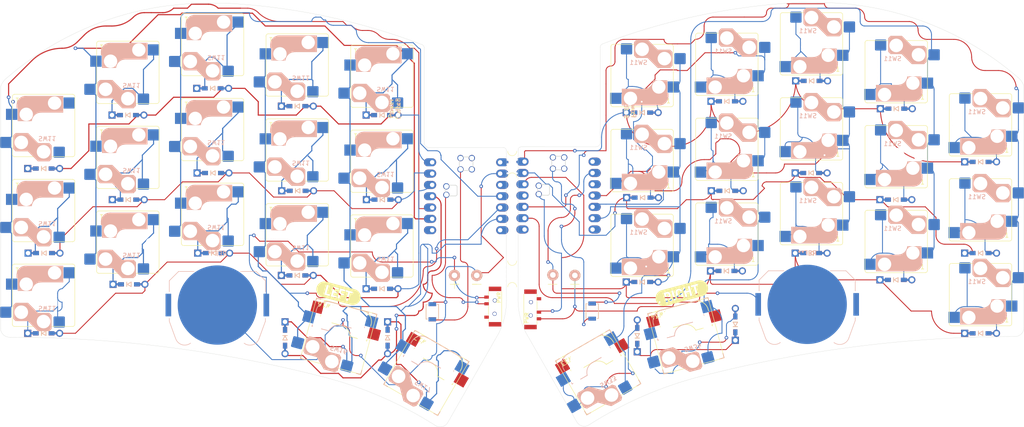
<source format=kicad_pcb>
(kicad_pcb (version 20211014) (generator pcbnew)
  (title_block (title "TOTEM split keyboard") (date "2022-11-03") (rev "0.3") (comment 1 "Made by GEIST"))
  (layers (0 "F.Cu" signal) (31 "B.Cu" signal) (34 "B.Paste" user) (35 "F.Paste" user) (36 "B.SilkS" user "B.Silkscreen") (37 "F.SilkS" user "F.Silkscreen") (38 "B.Mask" user) (39 "F.Mask" user) (44 "Edge.Cuts" user))
  (net 0 "")
  (net 1 "ROW0_L")
  (net 2 "Net-(DL1-Pad2)")
  (net 3 "Net-(DL2-Pad2)")
  (net 4 "Net-(DL3-Pad2)")
  (net 5 "Net-(DL4-Pad2)")
  (net 6 "Net-(DL5-Pad2)")
  (net 7 "ROW1_L")
  (net 8 "Net-(DL6-Pad2)")
  (net 9 "Net-(DL7-Pad2)")
  (net 10 "Net-(DL8-Pad2)")
  (net 11 "Net-(DL9-Pad2)")
  (net 12 "Net-(DL10-Pad2)")
  (net 13 "ROW2_L")
  (net 14 "Net-(DL11-Pad2)")
  (net 15 "Net-(DL12-Pad2)")
  (net 16 "Net-(DL13-Pad2)")
  (net 17 "Net-(DL14-Pad2)")
  (net 18 "Net-(DL15-Pad2)")
  (net 19 "ROW3_L")
  (net 20 "Net-(DL18-Pad2)")
  (net 21 "Net-(DL19-Pad2)")
  (net 22 "ROW0_R")
  (net 23 "Net-(DR1-Pad2)")
  (net 24 "Net-(DR2-Pad2)")
  (net 25 "Net-(DR3-Pad2)")
  (net 26 "Net-(DR4-Pad2)")
  (net 27 "Net-(DR5-Pad2)")
  (net 28 "ROW1_R")
  (net 29 "Net-(DR6-Pad2)")
  (net 30 "Net-(DR7-Pad2)")
  (net 31 "Net-(DR8-Pad2)")
  (net 32 "Net-(DR9-Pad2)")
  (net 33 "Net-(DR10-Pad2)")
  (net 34 "ROW2_R")
  (net 35 "Net-(DR11-Pad2)")
  (net 36 "Net-(DR12-Pad2)")
  (net 37 "Net-(DR13-Pad2)")
  (net 38 "Net-(DR14-Pad2)")
  (net 39 "Net-(DR15-Pad2)")
  (net 40 "ROW3_R")
  (net 41 "Net-(DR18-Pad2)")
  (net 42 "Net-(DR19-Pad2)")
  (net 43 "VBAT_L")
  (net 44 "VBAT_R")
  (net 46 "BAT+_L")
  (net 49 "RESET_L")
  (net 50 "GND_L")
  (net 51 "RESET_R")
  (net 52 "COL0_L")
  (net 53 "COL1_L")
  (net 54 "COL2_L")
  (net 55 "COL3_L")
  (net 56 "COL4_L")
  (net 57 "COL0_R")
  (net 58 "COL1_R")
  (net 59 "COL2_R")
  (net 60 "COL3_R")
  (net 61 "COL4_R")
  (net 62 "VCC_L")
  (net 65 "RX_L")
  (net 66 "TX_L")
  (net 67 "BAT+_R")
  (net 68 "RX_R")
  (net 69 "TX_R")
  (net 70 "VCC_R")
  (net 71 "GND_R")
  (footprint "kbd:CherryMX_Hotswap" (layer "F.Cu") (at 196.013848 42.633 180)
    (fp_text reference "SW10" hide)
    (fp_text value "SW_PUSH" hide)
  )
  (footprint "swoop:D_SMD_TH" (layer "F.Cu") (at 62 92)
    (fp_text reference "D1" hide)
    (fp_text value " 1N4148W" hide)
  )
  (footprint "kbd:CherryMX_Hotswap" (layer "F.Cu") (at 215.003848 38.041 180)
    (fp_text reference "SW10" hide)
    (fp_text value "SW_PUSH" hide)
  )
  (footprint "swoop:D_SMD_TH" (layer "F.Cu") (at 253 103)
    (fp_text reference "D1" hide)
    (fp_text value " 1N4148W" hide)
  )
  (footprint "kbd:CherryMX_Hotswap" (layer "F.Cu") (at 42.7695 94.499295)
    (fp_text reference "SW10" hide)
    (fp_text value "SW_PUSH" hide)
  )
  (footprint "* duckyb-collection:SW_Hotswap_Kailh_Choc_V1_tweaked" (layer "F.Cu") (at 234.081 63.349205)
    (fp_text reference "SW11")
    (fp_text value "Kailh-Choc")
  )
  (footprint "swoop:D_SMD_TH" (layer "F.Cu") (at 99.761652 90)
    (fp_text reference "D1" hide)
    (fp_text value " 1N4148W" hide)
  )
  (footprint "kbd:CherryMX_Hotswap" (layer "F.Cu") (at 252.906 56.222295 180)
    (fp_text reference "SW10" hide)
    (fp_text value "SW_PUSH" hide)
  )
  (footprint "* duckyb-collection:SW_Hotswap_Kailh_Choc_V1_tweaked" (layer "F.Cu") (at 234.081 44.259205)
    (fp_text reference "SW11")
    (fp_text value "Kailh-Choc")
  )
  (footprint "swoop:D_SMD_TH" (layer "F.Cu") (at 118.761652 54)
    (fp_text reference "D1" hide)
    (fp_text value " 1N4148W" hide)
  )
  (footprint "TOTEMlib:xiao-ble-smd-cutout" (layer "F.Cu") (at 158.35 72.074907)
    (fp_text reference "U2" hide)
    (fp_text value "xiao-ble" hide)
    (fp_line (start -1.524 -6.4638) (end -1.524 -8.1402) (layer "Edge.Cuts") (width 0.12))
    (fp_line (start -2.032 -2.095) (end -2.032 -0.444) (layer "Edge.Cuts") (width 0.12))
    (fp_line (start -2.413 -0.063) (end -4.0132 -0.063) (layer "Edge.Cuts") (width 0.12))
    (fp_line (start -0.8382 -8.826) (end 0.8382 -8.826) (layer "Edge.Cuts") (width 0.12))
    (fp_line (start -0.8382 -5.778) (end 0.8382 -5.778) (layer "Edge.Cuts") (width 0.12))
    (fp_line (start 1.524 -6.4638) (end 1.524 -8.1402) (layer "Edge.Cuts") (width 0.12))
    (fp_line (start -4.0132 -2.476) (end -2.413 -2.476) (layer "Edge.Cuts") (width 0.12))
    (fp_line (start -4.699 -0.7488) (end -4.699 -1.7902) (layer "Edge.Cuts") (width 0.12))
    (fp_arc (start 1.524 -8.1402) (mid 0.920393 -8.222393) (end 0.8382 -8.826) (layer "Edge.Cuts") (width 0.12))
    (fp_arc (start -2.413 -2.476) (mid -2.143592 -2.364408) (end -2.032 -2.095) (layer "Edge.Cuts") (width 0.12))
    (fp_arc (start -4.0132 -2.476) (mid -4.095391 -1.872391) (end -4.699 -1.7902) (layer "Edge.Cuts") (width 0.12))
    (fp_arc (start -1.524 -6.4638) (mid -0.920391 -6.381609) (end -0.8382 -5.778) (layer "Edge.Cuts") (width 0.12))
    (fp_arc (start -4.699 -0.7488) (mid -4.095391 -0.666609) (end -4.0132 -0.063) (layer "Edge.Cuts") (width 0.12))
    (fp_arc (start -2.032 -0.444) (mid -2.143592 -0.174592) (end -2.413 -0.063) (layer "Edge.Cuts") (width 0.12))
    (fp_arc (start 0.8382 -5.778) (mid 0.920391 -6.381609) (end 1.524 -6.4638) (layer "Edge.Cuts") (width 0.12))
    (fp_arc (start -0.8382 -8.826) (mid -0.920391 -8.222391) (end -1.524 -8.1402) (layer "Edge.Cuts") (width 0.12))
  )
  (footprint "kbd:SW_SPST_B3U-1000P" (layer "F.Cu") (at 130.037652 98.165 -90)
    (fp_text reference "RST_B" hide)
    (fp_text value "SW_Push")
  )
  (footprint "* duckyb-collection:SW_Hotswap_Kailh_Choc_V1_tweaked" (layer "F.Cu") (at 42.846652 94.4675 180)
    (fp_text reference "SW11")
    (fp_text value "Kailh-Choc")
  )
  (footprint "* duckyb-collection:SW_Hotswap_Kailh_Choc_V1_tweaked" (layer "F.Cu") (at 61.748804 82.536205 180)
    (fp_text reference "SW11")
    (fp_text value "Kailh-Choc")
  )
  (footprint "swoop:D_SMD_TH" (layer "F.Cu") (at 196.113848 50.915)
    (fp_text reference "D1" hide)
    (fp_text value " 1N4148W" hide)
  )
  (footprint "swoop:D_SMD_TH" (layer "F.Cu") (at 198 101 90)
    (fp_text reference "D18" hide)
    (fp_text value " 1N4148W" hide)
  )
  (footprint "swoop:D_SMD_TH" (layer "F.Cu") (at 177.113848 53.44)
    (fp_text reference "D1" hide)
    (fp_text value " 1N4148W" hide)
  )
  (footprint "* duckyb-collection:SW_Hotswap_Kailh_Choc_V1_tweaked" (layer "F.Cu") (at 186.923468 103.574038 -165)
    (fp_text reference "SW34")
    (fp_text value "Kailh-Choc")
  )
  (footprint "kbd:CherryMX_Hotswap" (layer "F.Cu") (at 42.7695 75.464295)
    (fp_text reference "SW10" hide)
    (fp_text value "SW_PUSH" hide)
  )
  (footprint "* duckyb-collection:SW_Hotswap_Kailh_Choc_V1_tweaked" (layer "F.Cu") (at 42.846652 75.4325 180)
    (fp_text reference "SW11")
    (fp_text value "Kailh-Choc")
  )
  (footprint "swoop:D_SMD_TH" (layer "F.Cu") (at 97 104 -90)
    (fp_text reference "D18" hide)
    (fp_text value " 1N4148W" hide)
  )
  (footprint "* duckyb-collection:SW_Hotswap_Kailh_Choc_V1_tweaked" (layer "F.Cu") (at 118.738804 64.368205 180)
    (fp_text reference "SW11")
    (fp_text value "Kailh-Choc")
  )
  (footprint "TOTEMlib:BatteryPad" (layer "F.Cu") (at 162 90)
    (fp_text reference "BAT+2" hide)
    (fp_text value "+" hide)
  )
  (footprint "kibuzzard-63658823" (layer "F.Cu") (at 186 94 15)
    (fp_text reference "kibuzzard-63658823" hide)
    (fp_text value "G***" hide)
  )
  (footprint "swoop:D_SMD_TH" (layer "F.Cu") (at 234.103848 52.573)
    (fp_text reference "D1" hide)
    (fp_text value " 1N4148W" hide)
  )
  (footprint "TOTEMlib:BatteryPad" (layer "F.Cu") (at 140 90)
    (fp_text reference "BATGND1" hide)
    (fp_text value "-" hide)
  )
  (footprint "kbd:CherryMX_Hotswap" (layer "F.Cu") (at 99.661652 80.91)
    (fp_text reference "SW10" hide)
    (fp_text value "SW_PUSH" hide)
  )
  (footprint "kbd:CherryMX_Hotswap" (layer "F.Cu") (at 118.661652 64.4)
    (fp_text reference "SW10" hide)
    (fp_text value "SW_PUSH" hide)
  )
  (footprint "kbd:CherryMX_Hotswap" (layer "F.Cu") (at 118.661652 83.435)
    (fp_text reference "SW10" hide)
    (fp_text value "SW_PUSH" hide)
  )
  (footprint "swoop:D_SMD_TH" (layer "F.Cu") (at 120 104 -90)
    (fp_text reference "D17" hide)
    (fp_text value " 1N4148W" hide)
  )
  (footprint "kbd:SW_SPST_B3U-1000P" (layer "F.Cu") (at 165.892 98.013 -90)
    (fp_text reference "RST_F" hide)
    (fp_text value "SW_Push")
  )
  (footprint "kbd:CherryMX_Hotswap" (layer "F.Cu") (at 215.003848 57.131 180)
    (fp_text reference "SW10" hide)
    (fp_text value "SW_PUSH" hide)
  )
  (footprint "TOTEMlib:MSK12C02" (layer "F.Cu") (at 145.4 100.875 180)
    (fp_text reference "PWR")
    (fp_text value "SW_SPDT" hide)
  )
  (footprint "* duckyb-collection:SW_Hotswap_Kailh_Choc_V1_tweaked" (layer "F.Cu") (at 118.738804 83.403205 180)
    (fp_text reference "SW11")
    (fp_text value "Kailh-Choc")
  )
  (footprint "swoop:D_SMD_TH" (layer "F.Cu") (at 196.188848 71)
    (fp_text reference "D1" hide)
    (fp_text value " 1N4148W" hide)
  )
  (footprint "swoop:D_SMD_TH" (layer "F.Cu") (at 176 103.574038 90)
    (fp_text reference "D18" hide)
    (fp_text value " 1N4148W" hide)
  )
  (footprint "MountingHole:MountingHole_3.2mm_M3" (layer "F.Cu") (at 136.938652 104.629)
    (fp_text reference "Mounting 02" hide)
    (fp_text value "h2")
  )
  (footprint "* duckyb-collection:SW_Hotswap_Kailh_Choc_V1_tweaked" (layer "F.Cu") (at 215.081 38.009205)
    (fp_text reference "SW11")
    (fp_text value "Kailh-Choc")
  )
  (footprint "TOTEMlib:xiao-ble-smd-cutout" (layer "F.Cu") (at 137.625 72.224907)
    (fp_text reference "U1" hide)
    (fp_text value "xiao-ble" hide)
    (fp_line (start -0.8382 -5.778) (end 0.8382 -5.778) (layer "Edge.Cuts") (width 0.12))
    (fp_line (start -4.699 -0.7488) (end -4.699 -1.7902) (layer "Edge.Cuts") (width 0.12))
    (fp_line (start -2.032 -2.095) (end -2.032 -0.444) (layer "Edge.Cuts") (width 0.12))
    (fp_line (start 1.524 -6.4638) (end 1.524 -8.1402) (layer "Edge.Cuts") (width 0.12))
    (fp_line (start -2.413 -0.063) (end -4.0132 -0.063) (layer "Edge.Cuts") (width 0.12))
    (fp_line (start -1.524 -6.4638) (end -1.524 -8.1402) (layer "Edge.Cuts") (width 0.12))
    (fp_line (start -0.8382 -8.826) (end 0.8382 -8.826) (layer "Edge.Cuts") (width 0.12))
    (fp_line (start -4.0132 -2.476) (end -2.413 -2.476) (layer "Edge.Cuts") (width 0.12))
    (fp_arc (start 0.8382 -5.778) (mid 0.920391 -6.381609) (end 1.524 -6.4638) (layer "Edge.Cuts") (width 0.12))
    (fp_arc (start -0.8382 -8.826) (mid -0.920391 -8.222391) (end -1.524 -8.1402) (layer "Edge.Cuts") (width 0.12))
    (fp_arc (start -1.524 -6.4638) (mid -0.920391 -6.381609) (end -0.8382 -5.778) (layer "Edge.Cuts") (width 0.12))
    (fp_arc (start 1.524 -8.1402) (mid 0.920393 -8.222393) (end 0.8382 -8.826) (layer "Edge.Cuts") (width 0.12))
    (fp_arc (start -4.0132 -2.476) (mid -4.095391 -1.872391) (end -4.699 -1.7902) (layer "Edge.Cuts") (width 0.12))
    (fp_arc (start -4.699 -0.7488) (mid -4.095391 -0.666609) (end -4.0132 -0.063) (layer "Edge.Cuts") (width 0.12))
    (fp_arc (start -2.413 -2.476) (mid -2.143592 -2.364408) (end -2.032 -2.095) (layer "Edge.Cuts") (width 0.12))
    (fp_arc (start -2.032 -0.444) (mid -2.143592 -0.174592) (end -2.413 -0.063) (layer "Edge.Cuts") (width 0.12))
  )
  (footprint "kbd:CherryMX_Hotswap" (layer "F.Cu") (at 234.003848 82.416 180)
    (fp_text reference "SW10" hide)
    (fp_text value "SW_PUSH" hide)
  )
  (footprint "kbd:CherryMX_Hotswap" (layer "F.Cu") (at 234.003848 63.381 180)
    (fp_text reference "SW10" hide)
    (fp_text value "SW_PUSH" hide)
  )
  (footprint "* duckyb-collection:SW_Hotswap_Kailh_Choc_V1_tweaked" (layer "F.Cu") (at 99.738804 80.878205 180)
    (fp_text reference "SW11")
    (fp_text value "Kailh-Choc")
  )
  (footprint "TOTEMlib:MSK12C02" (layer "F.Cu") (at 150.75 93.75)
    (fp_text reference "PWR")
    (fp_text value "SW_SPDT" hide)
  )
  (footprint "MountingHole:MountingHole_3.2mm_M3" (layer "F.Cu") (at 49.943652 45.701)
    (fp_text reference "Mounting 04" hide)
    (fp_text value "h1")
  )
  (footprint "* duckyb-collection:SW_Hotswap_Kailh_Choc_V1_tweaked" (layer "F.Cu") (at 42.846652 56.3425 180)
    (fp_text reference "SW11")
    (fp_text value "Kailh-Choc")
  )
  (footprint "swoop:D_SMD_TH" (layer "F.Cu") (at 99.761652 52)
    (fp_text reference "D1" hide)
    (fp_text value " 1N4148W" hide)
  )
  (footprint "Keyswitches by Daprice:Kailh_socket_MX_reversible_sameside" (layer "F.Cu") (at 109.018652 103.695 -15)
    (fp_text reference "SW21" hide)
    (fp_text value "SW_Push" hide)
  )
  (footprint "* duckyb-collection:SW_Hotswap_Kailh_Choc_V1_tweaked" (layer "F.Cu") (at 177.091 83.251205)
    (fp_text reference "SW11")
    (fp_text value "Kailh-Choc")
  )
  (footprint "* duckyb-collection:SW_Hotswap_Kailh_Choc_V1_tweaked" (layer "F.Cu") (at 99.738804 42.753205 180)
    (fp_text reference "SW11")
    (fp_text value "Kailh-Choc")
  )
  (footprint "* duckyb-collection:SW_Hotswap_Kailh_Choc_V1_tweaked" (layer "F.Cu") (at 61.748804 44.411205 180)
    (fp_text reference "SW11")
    (fp_text value "Kailh-Choc")
  )
  (footprint "swoop:D_SMD_TH" (layer "F.Cu") (at 234 91)
    (fp_text reference "D1" hide)
    (fp_text value " 1N4148W" hide)
  )
  (footprint "kbd:CherryMX_Hotswap" (layer "F.Cu") (at 252.906 75.312295 180)
    (fp_text reference "SW10" hide)
    (fp_text value "SW_PUSH" hide)
  )
  (footprint "* duckyb-collection:SW_Hotswap_Kailh_Choc_V1_tweaked" (layer "F.Cu") (at 234.081 82.384205)
    (fp_text reference "SW11")
    (fp_text value "Kailh-Choc")
  )
  (footprint "* duckyb-collection:SW_Hotswap_Kailh_Choc_V1_tweaked" (layer "F.Cu") (at 118.738804 45.278205 180)
    (fp_text reference "SW11")
    (fp_text value "Kailh-Choc")
  )
  (footprint "kbd:CherryMX_Hotswap" (layer "F.Cu") (at 196.013848 61.723 180)
    (fp_text reference "SW10" hide)
    (fp_text value "SW_PUSH" hide)
  )
  (footprint "kbd:CherryMX_Hotswap" (layer "F.Cu") (at 234.003848 44.291 180)
    (fp_text reference "SW10" hide)
    (fp_text value "SW_PUSH" hide)
  )
  (footprint "swoop:D_SMD_TH" (layer "F.Cu") (at 253.006 64.504295)
    (fp_text reference "D1" hide)
    (fp_text value " 1N4148W" hide)
  )
  (footprint "swoop:D_SMD_TH" (layer "F.Cu") (at 177.113848 91.49)
    (fp_text reference "D1" hide)
    (fp_text value " 1N4148W" hide)
  )
  (footprint "TOTEMlib:BatteryPad" (layer "F.Cu") (at 157.075 89.9)
    (fp_text reference "BATGND2" hide)
    (fp_text value "-" hide)
  )
  (footprint "kbd:CherryMX_Hotswap" (layer "F.Cu") (at 42.7695 56.374295)
    (fp_text reference "SW10" hide)
    (fp_text value "SW_PUSH" hide)
  )
  (footprint "swoop:D_SMD_TH" (layer "F.Cu") (at 234 73)
    (fp_text reference "D1" hide)
    (fp_text value " 1N4148W" hide)
  )
  (footprint "swoop:D_SMD_TH" (layer "F.Cu") (at 81 85)
    (fp_text reference "D1" hide)
    (fp_text value " 1N4148W" hide)
  )
  (footprint "* duckyb-collection:SW_Hotswap_Kailh_Choc_V1_tweaked" (layer "F.Cu") (at 196.091 42.601205)
    (fp_text reference "SW11")
    (fp_text value "Kailh-Choc")
  )
  (footprint "swoop:D_SMD_TH" (layer "F.Cu") (at 61.846652 73)
    (fp_text reference "D1" hide)
    (fp_text value " 1N4148W" hide)
  )
  (footprint "Keyswitches by Daprice:Kailh_socket_MX_reversible_sameside" (layer "F.Cu") (at 128.696652 111.911 -30)
    (fp_text reference "SW20" hide)
    (fp_text value "SW_Push" hide)
  )
  (footprint "swoop:D_SMD_TH" (layer "F.Cu") (at 177.188848 72.54)
    (fp_text reference "D1" hide)
    (fp_text value " 1N4148W" hide)
  )
  (footprint "* duckyb-collection:SW_Hotswap_Kailh_Choc_V1_tweaked" (layer "F.Cu") (at 99.738804 61.843205 180)
    (fp_text reference "SW11")
    (fp_text value "Kailh-Choc")
  )
  (footprint "swoop:D_SMD_TH" (layer "F.Cu") (at 42.9445 85)
    (fp_text reference "D1" hide)
    (fp_text value " 1N4148W" hide)
  )
  (footprint "swoop:D_SMD_TH" (layer "F.Cu") (at 196 89)
    (fp_text reference "D1" hide)
    (fp_text value " 1N4148W" hide)
  )
  (footprint "kbd:CherryMX_Hotswap" (layer "F.Cu") (at 80.671652 76.318)
    (fp_text reference "SW10" hide)
    (fp_text value "SW_PUSH" hide)
  )
  (footprint "kbd:CherryMX_Hotswap" (layer "F.Cu") (at 215.003848 76.166 180)
    (fp_text reference "SW10" hide)
    (fp_text value "SW_PUSH" hide)
  )
  (footprint "* duckyb-collection:SW_Hotswap_Kailh_Choc_V1_tweaked" (layer "F.Cu") (at 252.983152 75.2805)
    (fp_text reference "SW11")
    (fp_text value "Kailh-Choc")
  )
  (footprint "swoop:D_SMD_TH" (layer "F.Cu") (at 42.8695 66)
    (fp_text reference "D1" hide)
    (fp_text value " 1N4148W" hide)
  )
  (footprint "* duckyb-collection:SW_Hotswap_Kailh_Choc_V1_tweaked" (layer "F.Cu") (at 215.081 57.099205)
    (fp_text reference "SW11")
    (fp_text value "Kailh-Choc")
  )
  (footprint "swoop:D_SMD_TH" (layer "F.Cu") (at 42.8695 103)
    (fp_text reference "D1" hide)
    (fp_text value " 1N4148W" hide)
  )
  (footprint "* duckyb-collection:SW_Hotswap_Kailh_Choc_V1_tweaked" (layer "F.Cu") (at 196.091 61.691205)
    (fp_text reference "SW11")
    (fp_text value "Kailh-Choc")
  )
  (footprint "swoop:D_SMD_TH" (layer "F.Cu") (at 253 85)
    (fp_text reference "D1" hide)
    (fp_text value " 1N4148W" hide)
  )
  (footprint "swoop:D_SMD_TH" (layer "F.Cu") (at 118.761652 93)
    (fp_text reference "D1" hide)
    (fp_text value " 1N4148W" hide)
  )
  (footprint "swoop:D_SMD_TH" (layer "F.Cu") (at 215.103848 46.323)
    (fp_text reference "D1" hide)
    (fp_text value " 1N4148W" hide)
  )
  (footprint "swoop:D_SMD_TH" (layer "F.Cu") (at 80.771652 48)
    (fp_text reference "D1" hide)
    (fp_text value " 1N4148W" hide)
  )
  (footprint "* duckyb-collection:SW_Hotswap_Kailh_Choc_V1_tweaked" (layer "F.Cu") (at 215.081 76.134205)
    (fp_text reference "SW11")
    (fp_text value "Kailh-Choc")
  )
  (footprint "kbd:CherryMX_Hotswap" (layer "F.Cu") (at 61.671652 82.568)
    (fp_text reference "SW10" hide)
    (fp_text value "SW_PUSH" hide)
  )
  (footprint "* duckyb-collection:SW_Hotswap_Kailh_Choc_V1_tweaked" (layer "F.Cu") (at 252.983152 56.1905)
    (fp_text reference "SW11")
    (fp_text value "Kailh-Choc")
  )
  (footprint "kbd:CherryMX_Hotswap" (layer "F.Cu") (at 80.671652 38.193)
    (fp_text reference "SW10" hide)
    (fp_text value "SW_PUSH" hide)
  )
  (footprint "MountingHole:MountingHole_3.2mm_M3" (layer "F.Cu") (at 55.150652 92.945)
    (fp_text reference "Mounting 03" hide)
    (fp_text value "MountingHole_3.2mm_M3")
  )
  (footprint "kbd:CherryMX_Hotswap" (layer "F.Cu") (at 177.013848 83.283 180)
    (fp_text reference "SW10" hide)
    (fp_text value "SW_PUSH" hide)
  )
  (footprint "* duckyb-collection:SW_Hotswap_Kailh_Choc_V1_tweaked" (layer "F.Cu") (at 252.983152 94.3155)
    (fp_text reference "SW11")
    (fp_text value "Kailh-Choc")
  )
  (footprint "* duckyb-collection:SW_Hotswap_Kailh_Choc_V1_tweaked" (layer "F.Cu") (at 167.2755 111.748 -150)
    (fp_text reference "SW33")
    (fp_text value "Kailh-Choc")
  )
  (footprint "Duckyb-Parts:mouse-bite-5mm-slot-with-space-for-track" (layer "F.Cu") (at 147.95 89.675)
    (fp_text reference "mouse-bite-5mm-slot" hide)
    (fp_text value "VAL**" hide)
  )
  (footprint "Duckyb-Parts:mouse-bite-5mm-slot-with-space-for-track" (layer "F.Cu") (at 147.95 65.05)
    (fp_text reference "mouse-bite-5mm-slot" hide)
    (fp_text value "VAL**" hide)
  )
  (footprint "swoop:D_SMD_TH" (layer "F.Cu") (at 118.836652 73)
    (fp_text reference "D1" hide)
    (fp_text value " 1N4148W" hide)
  )
  (footprint "kbd:CherryMX_Hotswap" (layer "F.Cu") (at 177.013848 45.158 180)
    (fp_text reference "SW10" hide)
    (fp_text value "SW_PUSH" hide)
  )
  (footprint "kbd:CherryMX_Hotswap" (layer "F.Cu") (at 99.661652 42.785)
    (fp_text reference "SW10" hide)
    (fp_text value "SW_PUSH" hide)
  )
  (footprint "* duckyb-collection:SW_Hotswap_Kailh_Choc_V1_tweaked" (layer "F.Cu") (at 109.021652 103.65 165)
    (fp_text reference "SW16")
    (fp_text value "Kailh-Choc")
  )
  (footprint "swoop:D_SMD_TH" (layer "F.Cu") (at 215 67)
    (fp_text reference "D1" hide)
    (fp_text value " 1N4148W" hide)
  )
  (footprint "* duckyb-collection:SW_Hotswap_Kailh_Choc_V1_tweaked" (layer "F.Cu") (at 128.69025 111.875 150)
    (fp_text reference "SW17")
    (fp_text value "Kailh-Choc")
  )
  (footprint "* duckyb-collection:SW_Hotswap_Kailh_Choc_V1_tweaked" (layer "F.Cu") (at 177.091 64.216205)
    (fp_text reference "SW11")
    (fp_text value "Kailh-Choc")
  )
  (footprint "* duckyb-collection:SW_Hotswap_Kailh_Choc_V1_tweaked" (layer "F.Cu") (at 177.091 45.126205)
    (fp_text reference "SW11")
    (fp_text value "Kailh-Choc")
  )
  (footprint "TOTEMlib:BatteryPad" (layer "F.Cu") (at 135 90)
    (fp_text reference "BAT+1" hide)
    (fp_text value "+" hide)
  )
  (footprint "kbd:CherryMX_Hotswap" (layer "F.Cu") (at 196.013848 80.758 180)
    (fp_text reference "SW10" hide)
    (fp_text value "SW_PUSH" hide)
  )
  (footprint "kbd:CherryMX_Hotswap" (layer "F.Cu") (at 118.661652 45.31)
    (fp_text reference "SW10" hide)
    (fp_text value "SW_PUSH" hide)
  )
  (footprint "swoop:D_SMD_TH" (layer "F.Cu") (at 61.771652 54)
    (fp_text reference "D1" hide)
    (fp_text value " 1N4148W" hide)
  )
  (footprint "MountingHole:MountingHole_3.2mm_M3" (layer "F.Cu") (at 110.522652 35.795)
    (fp_text reference "Mounting 01" hide)
    (fp_text value "MountingHole_3.2mm_M3")
  )
  (footprint "kbd:CherryMX_Hotswap" (layer "F.Cu") (at 99.661652 61.875)
    (fp_text reference "SW10" hide)
    (fp_text value "SW_PUSH" hide)
  )
  (footprint "* duckyb-collection:SW_Hotswap_Kailh_Choc_V1_tweaked" (layer "F.Cu") (at 80.748804 57.251205 180)
    (fp_text reference "SW11")
    (fp_text value "Kailh-Choc")
  )
  (footprint "kbd:CherryMX_Hotswap" (layer "F.Cu") (at 177.013848 64.248 180)
    (fp_text reference "SW10" hide)
    (fp_text value "SW_PUSH" hide)
  )
  (footprint "* duckyb-collection:SW_Hotswap_Kailh_Choc_V1_tweaked" (layer "F.Cu") (at 61.748804 63.501205 180)
    (fp_text reference "SW11")
    (fp_text value "Kailh-Choc")
  )
  (footprint "* duckyb-collection:SW_Hotswap_Kailh_Choc_V1_tweaked" (layer "F.Cu") (at 196.091 80.726205)
    (fp_text reference "SW11")
    (fp_text value "Kailh-Choc")
  )
  (footprint "swoop:D_SMD_TH" (layer "F.Cu") (at 99.836652 71)
    (fp_text reference "D1" hide)
    (fp_text value " 1N4148W" hide)
  )
  (footprint "kbd:CherryMX_Hotswap" (layer "F.Cu") (at 80.671652 57.283)
    (fp_text reference "SW10" hide)
    (fp_text value "SW_PUSH" hide)
  )
  (footprint "kbd:CherryMX_Hotswap" (layer "F.Cu") (at 252.906 94.347295 180)
    (fp_text reference "SW10" hide)
    (fp_text value "SW_PUSH" hide)
  )
  (footprint "kbd:CherryMX_Hotswap" (layer "F.Cu") (at 61.671652 44.443)
    (fp_text reference "SW10" hide)
    (fp_text value "SW_PUSH" hide)
  )
  (footprint "kbd:CherryMX_Hotswap" (layer "F.Cu") (at 61.671652 63.533)
    (fp_text reference "SW10" hide)
    (fp_text value "SW_PUSH" hide)
  )
  (footprint "* duckyb-collection:SW_Hotswap_Kailh_Choc_V1_tweaked" (layer "F.Cu") (at 80.748804 38.161205 180)
    (fp_text reference "SW11")
    (fp_text value "Kailh-Choc")
  )
  (footprint "swoop:D_SMD_TH" (layer "F.Cu") (at 80.846652 67)
    (fp_text reference "D1" hide)
    (fp_text value " 1N4148W" hide)
  )
  (footprint "kibuzzard-63658830" (layer "F.Cu") (at 109 94 -15)
    (fp_text reference "kibuzzard-63658830" hide)
    (fp_text value "G***" hide)
  )
  (footprint "* duckyb-collection:SW_Hotswap_Kailh_Choc_V1_tweaked" (layer "F.Cu") (at 80.748804 76.286205 180)
    (fp_text reference "SW11")
    (fp_text value "Kailh-Choc")
  )
  (footprint "swoop:D_SMD_TH" (layer "F.Cu") (at 215 85)
    (fp_text reference "D1" hide)
    (fp_text value " 1N4148W" hide)
  )
  (footprint "kbd:SW_SPST_B3U-1000P" (layer "B.Cu") (at 130.035652 98.165 -90)
    (fp_text reference "RST_F" hide)
    (fp_text value "SW_Push")
  )
  (footprint "MountingHole:MountingHole_3.2mm_M3" (layer "B.Cu") (at 245.984 45.549 180)
    (fp_text reference "Mounting 04" hide)
    (fp_text value "h1")
  )
  (footprint "Keyswitches by Daprice:Kailh_socket_MX_reversible_sameside" (layer "B.Cu") (at 167.231 111.759 -150)
    (fp_text reference "SW20" hide)
    (fp_text value "SW_Push" hide)
  )
  (footprint "Battery:BatteryHolder_Keystone_3034_1x20mm" (layer "B.Cu") (at 214.108152 96.504295 180)
    (fp_text reference "REF**")
    (fp_text value "BatteryHolder_Keystone_3034_1x20mm")
  )
  (footprint "kbd:SW_SPST_B3U-1000P" (layer "B.Cu") (at 165.89 98.013 -90)
    (fp_text reference "RST_B" hide)
    (fp_text value "SW_Push")
  )
  (footprint "MountingHole:MountingHole_3.2mm_M3" (layer "B.Cu") (at 240.777 92.793 180)
    (fp_text reference "Mounting 03" hide)
    (fp_text value "MountingHole_3.2mm_M3")
  )
  (footprint "MountingHole:MountingHole_3.2mm_M3" (layer "B.Cu") (at 185.405 35.643 180)
    (fp_text reference "Mounting 01" hide)
    (fp_text value "MountingHole_3.2mm_M3")
  )
  (footprint "MountingHole:MountingHole_3.2mm_M3" (layer "B.Cu") (at 158.989 104.477 180)
    (fp_text reference "Mounting 02" hide)
    (fp_text value "MountingHole_3.2mm_M3")
  )
  (footprint "Keyswitches by Daprice:Kailh_socket_MX_reversible_sameside" (layer "B.Cu") (at 186.909 103.543 -165)
    (fp_text reference "SW21" hide)
    (fp_text value "SW_Push" hide)
  )
  (footprint "Battery:BatteryHolder_Keystone_3034_1x20mm" (layer "B.Cu") (at 81.8195 96.656295 180)
    (fp_text reference "REF**")
    (fp_text value "BatteryHolder_Keystone_3034_1x20mm")
  )
  (gr_line (start 162 93) (end 162 92) (layer "F.SilkS") (width 0.12))
  (gr_line (start 135 92) (end 135 93) (layer "F.SilkS") (width 0.12))
  (gr_line (start 135 92) (end 136 92) (layer "F.SilkS") (width 0.12))
  (gr_line (start 134 92) (end 135 92) (layer "F.SilkS") (width 0.12))
  (gr_line (start 161 92) (end 163 92) (layer "F.SilkS") (width 0.12))
  (gr_line (start 140 92) (end 139 92) (layer "F.SilkS") (width 0.12))
  (gr_line (start 162 91) (end 162 93) (layer "F.SilkS") (width 0.12))
  (gr_line (start 136 92) (end 135 92) (layer "F.SilkS") (width 0.12))
  (gr_line (start 139 92) (end 141 92) (layer "F.SilkS") (width 0.12))
  (gr_line (start 135 91) (end 135 92) (layer "F.SilkS") (width 0.12))
  (gr_line (start 156 92) (end 158 92) (layer "F.SilkS") (width 0.12))
  (gr_arc (start 168.152755 38.04747) (mid 189.877356 31.640454) (end 212.337773 28.718504) (layer "Edge.Cuts") (width 0.05))
  (gr_line (start 83.589879 28.870504) (end 79.614652 28.875) (layer "Edge.Cuts") (width 0.05))
  (gr_line (start 262.722999 101.797999) (end 262.715141 47.49232) (layer "Edge.Cuts") (width 0.05))
  (gr_arc (start 165.203 123.553) (mid 177.359778 117.096207) (end 190.383293 112.639137) (layer "Edge.Cuts") (width 0.05))
  (gr_arc (start 35.514652 103.881571) (mid 70.809528 106.13536) (end 105.544359 112.791137) (layer "Edge.Cuts") (width 0.05))
  (gr_arc (start 167.723 60.123917) (mid 167.430109 60.831025) (end 166.723 61.123917) (layer "Edge.Cuts") (width 0.05))
  (gr_line (start 260.687998 103.728917) (end 260.413 103.729571) (layer "Edge.Cuts") (width 0.05))
  (gr_arc (start 262.722999 101.797999) (mid 262.100466 103.179716) (end 260.687998 103.728917) (layer "Edge.Cuts") (width 0.05))
  (gr_arc (start 34.639652 45.63) (mid 55.617357 33.199798) (end 79.614652 28.875) (layer "Edge.Cuts") (width 0.05))
  (gr_arc (start 149.269 61.871) (mid 149.488671 61.340684) (end 150.019 61.121) (layer "Edge.Cuts") (width 0.05))
  (gr_arc (start 167.718 38.728) (mid 167.835964 38.324224) (end 168.152755 38.04747) (layer "Edge.Cuts") (width 0.05))
  (gr_arc (start 33.212511 47.64432) (mid 33.769394 46.526147) (end 34.639652 45.63) (layer "Edge.Cuts") (width 0.05))
  (gr_line (start 146.658652 93.1355) (end 146.670652 95.655) (layer "Edge.Cuts") (width 0.05))
  (gr_arc (start 129.204652 61.275917) (mid 128.49754 60.983028) (end 128.204652 60.275917) (layer "Edge.Cuts") (width 0.05))
  (gr_line (start 167.718 38.728) (end 167.723 60.123917) (layer "Edge.Cuts") (width 0.05))
  (gr_line (start 150.019 61.121) (end 166.723 61.123917) (layer "Edge.Cuts") (width 0.05))
  (gr_line (start 216.313 28.723) (end 212.337773 28.718504) (layer "Edge.Cuts") (width 0.05))
  (gr_arc (start 133.456652 123.106265) (mid 132.215647 123.975979) (end 130.724652 123.705) (layer "Edge.Cuts") (width 0.05))
  (gr_arc (start 165.203 123.553) (mid 163.712006 123.823978) (end 162.471 122.954265) (layer "Edge.Cuts") (width 0.05))
  (gr_line (start 144.908331 103.020657) (end 133.456652 123.106265) (layer "Edge.Cuts") (width 0.05))
  (gr_arc (start 261.288 45.478) (mid 262.158258 46.374147) (end 262.715141 47.49232) (layer "Edge.Cuts") (width 0.05))
  (gr_line (start 149.257 95.503) (end 149.269 92.9835) (layer "Edge.Cuts") (width 0.05))
  (gr_line (start 129.204652 61.275917) (end 145.908652 61.273) (layer "Edge.Cuts") (width 0.05))
  (gr_arc (start 35.239654 103.880917) (mid 33.827186 103.331716) (end 33.204653 101.949999) (layer "Edge.Cuts") (width 0.05))
  (gr_arc (start 216.313 28.723) (mid 240.310295 33.047798) (end 261.288 45.478) (layer "Edge.Cuts") (width 0.05))
  (gr_line (start 149.269 92.9835) (end 149.269 61.871) (layer "Edge.Cuts") (width 0.05))
  (gr_line (start 35.514652 103.881571) (end 35.239654 103.880917) (layer "Edge.Cuts") (width 0.05))
  (gr_arc (start 146.670652 95.655) (mid 146.209482 99.438316) (end 144.908331 103.020657) (layer "Edge.Cuts") (width 0.05))
  (gr_arc (start 190.383293 112.639137) (mid 225.118124 105.98336) (end 260.413 103.729571) (layer "Edge.Cuts") (width 0.05))
  (gr_arc (start 145.908652 61.273) (mid 146.439011 61.492653) (end 146.658652 62.023) (layer "Edge.Cuts") (width 0.05))
  (gr_arc (start 127.774897 38.19947) (mid 128.091683 38.476227) (end 128.209652 38.88) (layer "Edge.Cuts") (width 0.05))
  (gr_line (start 162.471 122.954265) (end 151.019321 102.868657) (layer "Edge.Cuts") (width 0.05))
  (gr_arc (start 151.019321 102.868657) (mid 149.718172 99.286316) (end 149.257 95.503) (layer "Edge.Cuts") (width 0.05))
  (gr_arc (start 83.589879 28.870504) (mid 106.050296 31.792454) (end 127.774897 38.19947) (layer "Edge.Cuts") (width 0.05))
  (gr_arc (start 105.544359 112.791137) (mid 118.567874 117.248207) (end 130.724652 123.705) (layer "Edge.Cuts") (width 0.05))
  (gr_line (start 33.212511 47.64432) (end 33.204653 101.949999) (layer "Edge.Cuts") (width 0.05))
  (gr_line (start 128.204652 60.275917) (end 128.209652 38.88) (layer "Edge.Cuts") (width 0.05))
  (gr_line (start 146.658652 62.023) (end 146.658652 93.1355) (layer "Edge.Cuts") (width 0.05))
  (gr_text "Power\nSwitch" (at 174.356 52.407 -90) (layer "B.SilkS") (effects (font (size 1 1)) (justify mirror)))
  (gr_text "Power\nSwitch" (at 121.571652 52.559 90) (layer "B.SilkS") (effects (font (size 1 1)) (justify mirror)))
  (gr_text "Power\nSwitch" (at 174.356 52.407 -90) (layer "F.SilkS") (effects (font (size 1 1))))
  (gr_text "Power\nSwitch" (at 121.571652 52.559 90) (layer "F.SilkS") (effects (font (size 1 1))))
  (segment (start 159.2437 108.7943) (end 159.2437 110.504591) (width 0.2) (layer "F.Cu") (net 0))
  (via (at 36 51) (size 0.8) (drill 0.4) (layers "F.Cu" "B.Cu") (net 0))
  (segment (start 68 54) (end 72 50) (width 0.25) (layer "F.Cu") (net 1))
  (segment (start 82.546652 48.453348) (end 82.546652 48) (width 0.25) (layer "F.Cu") (net 1))
  (segment (start 99.536652 54) (end 101.536652 52) (width 0.25) (layer "F.Cu") (net 1))
  (segment (start 65.347652 54) (end 68 54) (width 0.25) (layer "F.Cu") (net 1))
  (segment (start 81 50) (end 82.546652 48.453348) (width 0.25) (layer "F.Cu") (net 1))
  (segment (start 62 56) (end 63.546652 54.453348) (width 0.25) (layer "F.Cu") (net 1))
  (segment (start 91 51) (end 91 54) (width 0.25) (layer "F.Cu") (net 1))
  (segment (start 109 56) (end 118.536652 56) (width 0.25) (layer "F.Cu") (net 1))
  (segment (start 118.536652 56) (end 120.536652 54) (width 0.25) (layer "F.Cu") (net 1))
  (segment (start 84.347652 48) (end 88 48) (width 0.25) (layer "F.Cu") (net 1))
  (segment (start 91 54) (end 99.536652 54) (width 0.25) (layer "F.Cu") (net 1))
  (segment (start 88 48) (end 91 51) (width 0.25) (layer "F.Cu") (net 1))
  (segment (start 49 66) (end 53 62) (width 0.25) (layer "F.Cu") (net 1))
  (segment (start 53 56) (end 62 56) (width 0.25) (layer "F.Cu") (net 1))
  (segment (start 105 52) (end 109 56) (width 0.25) (layer "F.Cu") (net 1))
  (segment (start 53 62) (end 53 56) (width 0.25) (layer "F.Cu") (net 1))
  (segment (start 63.546652 54.453348) (end 63.546652 54) (width 0.25) (layer "F.Cu") (net 1))
  (segment (start 103.337652 52) (end 105 52) (width 0.25) (layer "F.Cu") (net 1))
  (segment (start 72 50) (end 81 50) (width 0.25) (layer "F.Cu") (net 1))
  (segment (start 46.4455 66) (end 49 66) (width 0.25) (layer "F.Cu") (net 1))
  (segment (start 127 61.585787) (end 127 54) (width 0.2) (layer "B.Cu") (net 1))
  (segment (start 127 54) (end 122.337652 54) (width 0.2) (layer "B.Cu") (net 1))
  (segment (start 130.005 64.604907) (end 129.460374 64.604907) (width 0.2) (layer "B.Cu") (net 1))
  (arc (start 129.460374 64.604907) (mid 128.670025 64.447697) (end 128 64) (width 0.2) (layer "B.Cu") (net 1))
  (arc (start 128 64) (mid 127.259891 62.89235) (end 127 61.585787) (width 0.2) (layer "B.Cu") (net 1))
  (segment (start 58.195652 50.804348) (end 61 48) (width 0.25) (layer "B.Cu") (net 3))
  (segment (start 67.445652 39.327) (end 68.036652 39.327) (width 0.2) (layer "B.Cu") (net 3))
  (segment (start 65.248804 43.751196) (end 65.248804 50.411205) (width 0.25) (layer "B.Cu") (net 3))
  (segment (start 67.513652 41.486348) (end 65.248804 43.751196) (width 0.25) (layer "B.Cu") (net 3))
  (segment (start 62.837599 48) (end 65.248804 50.411205) (width 0.25) (layer "B.Cu") (net 3))
  (segment (start 67.513652 39.363) (end 67.513652 41.486348) (width 0.25) (layer "B.Cu") (net 3))
  (segment (start 58.195652 54) (end 58.195652 50.804348) (width 0.25) (layer "B.Cu") (net 3))
  (segment (start 61 48) (end 62.837599 48) (width 0.25) (layer "B.Cu") (net 3))
  (segment (start 86.513652 33.113) (end 86.513652 33.486348) (width 0.25) (layer "B.Cu") (net 4))
  (segment (start 86.513652 33.486348) (end 84 36) (width 0.25) (layer "B.Cu") (net 4))
  (segment (start 78.996652 44.996652) (end 78 44) (width 0.25) (layer "B.Cu") (net 4))
  (segment (start 84 36) (end 84 43.912401) (width 0.25) (layer "B.Cu") (net 4))
  (segment (start 78.996652 48) (end 78.996652 44.996652) (width 0.25) (layer "B.Cu") (net 4))
  (segment (start 78 44) (end 78 43) (width 0.25) (layer "B.Cu") (net 4))
  (segment (start 84 43.912401) (end 84.248804 44.161205) (width 0.25) (layer "B.Cu") (net 4))
  (segment (start 78 43) (end 80 41) (width 0.25) (layer "B.Cu") (net 4))
  (segment (start 81.087599 41) (end 84.248804 44.161205) (width 0.25) (layer "B.Cu") (net 4))
  (segment (start 80 41) (end 81.087599 41) (width 0.25) (layer "B.Cu") (net 4))
  (segment (start 105.438152 37.759) (end 106.030652 37.759) (width 0.2) (layer "B.Cu") (net 5))
  (segment (start 103 46) (end 103.238804 46.238804) (width 0.25) (layer "B.Cu") (net 5))
  (segment (start 105.503652 37.705) (end 105.503652 39.496348) (width 0.25) (layer "B.Cu") (net 5))
  (segment (start 104 41) (end 103 42) (width 0.25) (layer "B.Cu") (net 5))
  (segment (start 96.185652 47.814348) (end 98 46) (width 0.25) (layer "B.Cu") (net 5))
  (segment (start 103 42) (end 103 46) (width 0.25) (layer "B.Cu") (net 5))
  (segment (start 98 46) (end 103 46) (width 0.25) (layer "B.Cu") (net 5))
  (segment (start 105.503652 39.496348) (end 104 41) (width 0.25) (layer "B.Cu") (net 5))
  (segment (start 96.185652 52) (end 96.185652 47.814348) (width 0.25) (layer "B.Cu") (net 5))
  (segment (start 103.238804 46.238804) (end 103.238804 48.753205) (width 0.25) (layer "B.Cu") (net 5))
  (segment (start 122.238804 47.238804) (end 121 46) (width 0.25) (layer "B.Cu") (net 6))
  (segment (start 116 49) (end 115.185652 49.814348) (width 0.25) (layer "B.Cu") (net 6))
  (segment (start 124.503652 40.23) (end 124.503652 41.496348) (width 0.25) (layer "B.Cu") (net 6))
  (segment (start 124.262152 40.327) (end 125.036652 40.327) (width 0.2) (layer "B.Cu") (net 6))
  (segment (start 121 47) (end 119 49) (width 0.25) (layer "B.Cu") (net 6))
  (segment (start 121 45) (end 121 46) (width 0.25) (layer "B.Cu") (net 6))
  (segment (start 115.185652 49.814348) (end 115.185652 54) (width 0.25) (layer "B.Cu") (net 6))
  (segment (start 122.238804 51.278205) (end 122.238804 47.238804) (width 0.25) (layer "B.Cu") (net 6))
  (segment (start 119 49) (end 116 49) (width 0.25) (layer "B.Cu") (net 6))
  (segment (start 121 46) (end 121 47) (width 0.25) (layer "B.Cu") (net 6))
  (segment (start 124.503652 41.496348) (end 121 45) (width 0.25) (layer "B.Cu") (net 6))
  (segment (start 82 69) (end 84 67) (width 0.2) (layer "F.Cu") (net 7))
  (segment (start 121 75) (end 122.412652 73.587348) (width 0.2) (layer "F.Cu") (net 7))
  (segment (start 70 73) (end 74 69) (width 0.2) (layer "F.Cu") (net 7))
  (segment (start 108 71) (end 112 75) (width 0.2) (layer "F.Cu") (net 7))
  (segment (start 84 67) (end 84.422652 67) (width 0.2) (layer "F.Cu") (net 7))
  (segment (start 103.412652 71) (end 108 71) (width 0.2) (layer "F.Cu") (net 7))
  (segment (start 122.412652 73.587348) (end 122.412652 73) (width 0.2) (layer "F.Cu") (net 7))
  (segment (start 46.5205 85) (end 46.5205 81.9795) (width 0.2) (layer "F.Cu") (net 7))
  (segment (start 74 69) (end 82 69) (width 0.2) (layer "F.Cu") (net 7))
  (segment (start 53.922652 74.577348) (end 63.845304 74.577348) (width 0.2) (layer "F.Cu") (net 7))
  (segment (start 65.422652 73) (end 70 73) (width 0.2) (layer "F.Cu") (net 7))
  (segment (start 112 75) (end 121 75) (width 0.2) (layer "F.Cu") (net 7))
  (segment (start 84.422652 67) (end 89 67) (width 0.2) (layer "F.Cu") (net 7))
  (segment (start 94.412652 72.412652) (end 102 72.412652) (width 0.2) (layer "F.Cu") (net 7))
  (segment (start 89 67) (end 94.412652 72.412652) (width 0.2) (layer "F.Cu") (net 7))
  (segment (start 46.5205 81.9795) (end 53.922652 74.577348) (width 0.2) (layer "F.Cu") (net 7))
  (segment (start 102 72.412652) (end 103.412652 71) (width 0.2) (layer "F.Cu") (net 7))
  (segment (start 63.845304 74.577348) (end 65.422652 73) (width 0.2) (layer "F.Cu") (net 7))
  (segment (start 126 67) (end 129.655164 67) (width 0.2) (layer "B.Cu") (net 7))
  (segment (start 125.122424 71.877575) (end 126 71) (width 0.2) (layer "B.Cu") (net 7))
  (segment (start 126 71) (end 126 67) (width 0.2) (layer "B.Cu") (net 7))
  (arc (start 122.412652 73) (mid 123.87917 72.708291) (end 125.122424 71.877575) (width 0.2) (layer "B.Cu") (net 7))
  (arc (start 129.655164 67) (mid 129.844493 67.03766) (end 130.005 67.144907) (width 0.2) (layer "B.Cu") (net 7))
  (segment (start 46 81.085848) (end 46 77) (width 0.25) (layer "B.Cu") (net 8))
  (segment (start 46 77) (end 44 79) (width 0.25) (layer "B.Cu") (net 8))
  (segment (start 46 75) (end 46 77) (width 0.25) (layer "B.Cu") (net 8))
  (segment (start 42 79) (end 41 80) (width 0.25) (layer "B.Cu") (net 8))
  (segment (start 48.6115 70.384295) (end 48.6115 72.3885) (width 0.25) (layer "B.Cu") (net 8))
  (segment (start 48.6115 72.3885) (end 46 75) (width 0.25) (layer "B.Cu") (net 8))
  (segment (start 41 80) (end 41 84.8305) (width 0.25) (layer "B.Cu") (net 8))
  (segment (start 41 84.8305) (end 41.1695 85) (width 0.25) (layer "B.Cu") (net 8))
  (segment (start 46.346652 81.4325) (end 46 81.085848) (width 0.25) (layer "B.Cu") (net 8))
  (segment (start 44 79) (end 42 79) (width 0.25) (layer "B.Cu") (net 8))
  (segment (start 65.248804 69.501205) (end 65 69.252401) (width 0.25) (layer "B.Cu") (net 9))
  (segment (start 62 67) (end 65 64) (width 0.25) (layer "B.Cu") (net 9))
  (segment (start 65 63) (end 67.513652 60.486348) (width 0.25) (layer "B.Cu") (net 9))
  (segment (start 60.071652 73) (end 60.071652 71.071652) (width 0.25) (layer "B.Cu") (net 9))
  (segment (start 67.513652 60.486348) (end 67.513652 58.453) (width 0.25) (layer "B.Cu") (net 9))
  (segment (start 60.071652 71.071652) (end 59 70) (width 0.25) (layer "B.Cu") (net 9))
  (segment (start 59 70) (end 59 67) (width 0.25) (layer "B.Cu") (net 9))
  (segment (start 65 69.252401) (end 65 64) (width 0.25) (layer "B.Cu") (net 9))
  (segment (start 59 67) (end 62 67) (width 0.25) (layer "B.Cu") (net 9))
  (segment (start 65 64) (end 65 63) (width 0.25) (layer "B.Cu") (net 9))
  (segment (start 83 57) (end 83 58) (width 0.25) (layer "B.Cu") (net 10))
  (segment (start 83 57) (end 86.513652 53.486348) (width 0.25) (layer "B.Cu") (net 10))
  (segment (start 84.248804 63.251205) (end 83 62.002401) (width 0.25) (layer "B.Cu") (net 10))
  (segment (start 86.513652 53.486348) (end 86.513652 52.203) (width 0.25) (layer "B.Cu") (net 10))
  (segment (start 83 62.002401) (end 83 57) (width 0.25) (layer "B.Cu") (net 10))
  (segment (start 83 58) (end 77.270652 63.729348) (width 0.25) (layer "B.Cu") (net 10))
  (segment (start 77.270652 63.729348) (end 77.270652 67) (width 0.25) (layer "B.Cu") (net 10))
  (segment (start 102 63) (end 103 62) (width 0.25) (layer "B.Cu") (net 11))
  (segment (start 105.503652 58.496348) (end 105.503652 56.795) (width 0.25) (layer "B.Cu") (net 11))
  (segment (start 96.260652 68.739348) (end 102 63) (width 0.25) (layer "B.Cu") (net 11))
  (segment (start 103.238804 64.238804) (end 102 63) (width 0.25) (layer "B.Cu") (net 11))
  (segment (start 103.238804 67.843205) (end 103.238804 64.238804) (width 0.25) (layer "B.Cu") (net 11))
  (segment (start 96.260652 71) (end 96.260652 68.739348) (width 0.25) (layer "B.Cu") (net 11))
  (segment (start 103 61) (end 105.503652 58.496348) (width 0.25) (layer "B.Cu") (net 11))
  (segment (start 103 62) (end 103 61) (width 0.25) (layer "B.Cu") (net 11))
  (segment (start 119 67) (end 122 64) (width 0.25) (layer "B.Cu") (net 12))
  (segment (start 122 64) (end 124.503652 61.496348) (width 0.25) (layer "B.Cu") (net 12))
  (segment (start 115.260652 69.739348) (end 118 67) (width 0.25) (layer "B.Cu") (net 12))
  (segment (start 115.260652 73) (end 115.260652 69.739348) (width 0.25) (layer "B.Cu") (net 12))
  (segment (start 124.503652 61.496348) (end 124.503652 59.32) (width 0.25) (layer "B.Cu") (net 12))
  (segment (start 118 67) (end 119 67) (width 0.25) (layer "B.Cu") (net 12))
  (segment (start 122.238804 70.368205) (end 122 70.129401) (width 0.25) (layer "B.Cu") (net 12))
  (segment (start 122 70.129401) (end 122 64) (width 0.25) (layer "B.Cu") (net 12))
  (segment (start 50 103) (end 59 94) (width 0.2) (layer "F.Cu") (net 13))
  (segment (start 46.4455 103) (end 50 103) (width 0.2) (layer "F.Cu") (net 13))
  (segment (start 110 95) (end 105 90) (width 0.25) (layer "F.Cu") (net 13))
  (segment (start 89 85) (end 96 92) (width 0.2) (layer "F.Cu") (net 13))
  (segment (start 65 94) (end 65.576 93.424) (width 0.2) (layer "F.Cu") (net 13))
  (segment (start 84.576 85) (end 89 85) (width 0.2) (layer "F.Cu") (net 13))
  (segment (start 96 92) (end 101.337652 92) (width 0.2) (layer "F.Cu") (net 13))
  (segment (start 122 95) (end 110 95) (width 0.25) (layer "F.Cu") (net 13))
  (segment (start 122.337652 94.662348) (end 122 95) (width 0.25) (layer "F.Cu") (net 13))
  (segment (start 65.576 92) (end 70.576 87) (width 0.2) (layer "F.Cu") (net 13))
  (segment (start 70.576 87) (end 82.576 87) (width 0.2) (layer "F.Cu") (net 13))
  (segment (start 82.576 87) (end 84.576 85) (width 0.2) (layer "F.Cu") (net 13))
  (segment (start 59 94) (end 65 94) (width 0.2) (layer "F.Cu") (net 13))
  (segment (start 101.337652 92) (end 103.337652 90) (width 0.2) (layer "F.Cu") (net 13))
  (segment (start 122.337652 93) (end 122.337652 94.662348) (width 0.25) (layer "F.Cu") (net 13))
  (segment (start 65.576 93.424) (end 65.576 92) (width 0.2) (layer "F.Cu") (net 13))
  (segment (start 105 90) (end 103.337652 90) (width 0.25) (layer "F.Cu") (net 13))
  (segment (start 127 85) (end 127 92) (width 0.2) (layer "B.Cu") (net 13))
  (segment (start 130.005 69.684907) (end 129.897944 69.684907) (width 0.2) (layer "B.Cu") (net 13))
  (segment (start 129.897944 69.684907) (end 129.702096 69.880755) (width 0.2) (layer "B.Cu") (net 13))
  (segment (start 127 71) (end 127 85) (width 0.2) (layer "B.Cu") (net 13))
  (segment (start 124.585787 93) (end 122.337652 93) (width 0.2) (layer "B.Cu") (net 13))
  (arc (start 129.702096 69.880755) (mid 128.462364 70.709118) (end 127 71) (width 0.2) (layer "B.Cu") (net 13))
  (arc (start 127 92) (mid 125.89235 92.740109) (end 124.585787 93) (width 0.2) (layer "B.Cu") (net 13))
  (segment (start 48.6115 91.3885) (end 48.6115 89.419295) (width 0.2) (layer "B.Cu") (net 14))
  (segment (start 46 98) (end 46 97) (width 0.2) (layer "B.Cu") (net 14))
  (segment (start 46 95) (end 46 94) (width 0.2) (layer "B.Cu") (net 14))
  (segment (start 46 100.120848) (end 46 98) (width 0.2) (layer "B.Cu") (net 14))
  (segment (start 39.2935 103) (end 39.2935 99.7065) (width 0.2) (layer "B.Cu") (net 14))
  (segment (start 47 93) (end 48.6115 91.3885) (width 0.2) (layer "B.Cu") (net 14))
  (segment (start 46 97) (end 46 94) (width 0.1) (layer "B.Cu") (net 14))
  (segment (start 47 97) (end 47 96) (width 0.2) (layer "B.Cu") (net 14))
  (segment (start 46.346652 100.4675) (end 46 100.120848) (width 0.2) (layer "B.Cu") (net 14))
  (segment (start 39.2935 99.7065) (end 41 98) (width 0.2) (layer "B.Cu") (net 14))
  (segment (start 41 98) (end 45 98) (width 0.2) (layer "B.Cu") (net 14))
  (segment (start 45 98) (end 46 97) (width 0.2) (layer "B.Cu") (net 14))
  (arc (start 46 98) (mid 46.707107 97.707107) (end 47 97) (width 0.2) (layer "B.Cu") (net 14))
  (arc (start 46 94) (mid 46.292893 93.292893) (end 47 93) (width 0.2) (layer "B.Cu") (net 14))
  (arc (start 47 96) (mid 46.292893 95.707107) (end 46 95) (width 0.2) (layer "B.Cu") (net 14))
  (segment (start 64 86) (end 65 85) (width 0.25) (layer "B.Cu") (net 15))
  (segment (start 67.513652 80.486348) (end 67.513652 77.488) (width 0.25) (layer "B.Cu") (net 15))
  (segment (start 65.248804 84.248804) (end 65 84) (width 0.25) (layer "B.Cu") (net 15))
  (segment (start 65 83) (end 67.513652 80.486348) (width 0.25) (layer "B.Cu") (net 15))
  (segment (start 61 86) (end 64 86) (width 0.25) (layer "B.Cu") (net 15))
  (segment (start 58.424 88.576) (end 61 86) (width 0.25) (layer "B.Cu") (net 15))
  (segment (start 58.424 92) (end 58.424 88.576) (width 0.25) (layer "B.Cu") (net 15))
  (segment (start 65 84) (end 65 83) (width 0.25) (layer "B.Cu") (net 15))
  (segment (start 65.248804 88.536205) (end 65.248804 84.248804) (width 0.25) (layer "B.Cu") (net 15))
  (segment (start 65 85) (end 65 84) (width 0.25) (layer "B.Cu") (net 15))
  (segment (start 86.513652 73.486348) (end 86.513652 71.238) (width 0.25) (layer "B.Cu") (net 16))
  (segment (start 86 74) (end 86.513652 73.486348) (width 0.25) (layer "B.Cu") (net 16))
  (segment (start 77.424 81.576) (end 79 80) (width 0.25) (layer "B.Cu") (net 16))
  (segment (start 82 80) (end 84 78) (width 0.25) (layer "B.Cu") (net 16))
  (segment (start 79 80) (end 82 80) (width 0.25) (layer "B.Cu") (net 16))
  (segment (start 84.248804 77.248804) (end 84 77) (width 0.25) (layer "B.Cu") (net 16))
  (segment (start 84 78) (end 84 77) (width 0.25) (layer "B.Cu") (net 16))
  (segment (start 85 74) (end 86 74) (width 0.25) (layer "B.Cu") (net 16))
  (segment (start 84 75) (end 85 74) (width 0.25) (layer "B.Cu") (net 16))
  (segment (start 77.424 85) (end 77.424 81.576) (width 0.25) (layer "B.Cu") (net 16))
  (segment (start 84.248804 82.286205) (end 84.248804 77.248804) (width 0.25) (layer "B.Cu") (net 16))
  (segment (start 84 77) (end 84 75) (width 0.25) (layer "B.Cu") (net 16))
  (segment (start 102 83) (end 102 81) (width 0.25) (layer "B.Cu") (net 17))
  (segment (start 102 81) (end 105.503652 77.496348) (width 0.25) (layer "B.Cu") (net 17))
  (segment (start 103.238804 84.238804) (end 102 83) (width 0.25) (layer "B.Cu") (net 17))
  (segment (start 96.185652 86.814348) (end 96.185652 90) (width 0.25) (layer "B.Cu") (net 17))
  (segment (start 99 84) (end 96.185652 86.814348) (width 0.25) (layer "B.Cu") (net 17))
  (segment (start 103.238804 86.878205) (end 103.238804 84.238804) (width 0.25) (layer "B.Cu") (net 17))
  (segment (start 101 84) (end 102 83) (width 0.25) (layer "B.Cu") (net 17))
  (segment (start 99 84) (end 101 84) (width 0.25) (layer "B.Cu") (net 17))
  (segment (start 105.503652 77.496348) (end 105.503652 75.83) (width 0.25) (layer "B.Cu") (net 17))
  (segment (start 122 83) (end 124.503652 80.496348) (width 0.25) (layer "B.Cu") (net 18))
  (segment (start 122 84) (end 122 83) (width 0.25) (layer "B.Cu") (net 18))
  (segment (start 121.5 84.5) (end 122 84) (width 0.25) (layer "B.Cu") (net 18))
  (segment (start 115.185652 93) (end 115.185652 88.814348) (width 0.25) (layer "B.Cu") (net 18))
  (segment (start 122.238804 89.403205) (end 122.238804 85.238804) (width 0.25) (layer "B.Cu") (net 18))
  (segment (start 124.503652 80.496348) (end 124.503652 78.355) (width 0.25) (layer "B.Cu") (net 18))
  (segment (start 120 86) (end 121.5 84.5) (width 0.25) (layer "B.Cu") (net 18))
  (segment (start 118 86) (end 120 86) (width 0.25) (layer "B.Cu") (net 18))
  (segment (start 122.238804 85.238804) (end 121.5 84.5) (width 0.25) (layer "B.Cu") (net 18))
  (segment (start 115.185652 88.814348) (end 118 86) (width 0.25) (layer "B.Cu") (net 18))
  (segment (start 122 99) (end 126 99) (width 0.25) (layer "F.Cu") (net 19))
  (segment (start 122 105.576) (end 122 102) (width 0.25) (layer "F.Cu") (net 19))
  (segment (start 97.424 108) (end 97 107.576) (width 0.25) (layer "F.Cu") (net 19))
  (segment (start 128 97) (end 128 96) (width 0.25) (layer "F.Cu") (net 19))
  (segment (start 129 91) (end 129 90) (width 0.25) (layer "F.Cu") (net 19))
  (segment (start 114 113) (end 110 113) (width 0.25) (layer "F.Cu") (net 19))
  (segment (start 110 113) (end 109 112) (width 0.25) (layer "F.Cu") (net 19))
  (segment (start 118 109) (end 118.576 109) (width 0.25) (layer "F.Cu") (net 19))
  (segment (start 109 112) (end 105 112) (width 0.25) (layer "F.Cu") (net 19))
  (segment (start 118.576 109) (end 120 107.576) (width 0.25) (layer "F.Cu") (net 19))
  (segment (start 132 87) (end 132 80) (width 0.25) (layer "F.Cu") (net 19))
  (segment (start 118 109) (end 114 113) (width 0.25) (layer "F.Cu") (net 19))
  (segment (start 132 80) (end 132 74.219907) (width 0.25) (layer "F.Cu") (net 19))
  (segment (start 105 112) (end 101 108) (width 0.25) (layer "F.Cu") (net 19))
  (segment (start 101 108) (end 97.424 108) (width 0.25) (layer "F.Cu") (net 19))
  (via (at 122 99) (size 0.8) (drill 0.4) (layers "F.Cu" "B.Cu") (net 19))
  (via (at 122 102) (size 0.8) (drill 0.4) (layers "F.Cu" "B.Cu") (net 19))
  (arc (start 128 96) (mid 129.414214 95.414214) (end 130 94) (width 0.25) (layer "F.Cu") (net 19))
  (arc (start 130 89) (mid 131.414214 88.414214) (end 132 87) (width 0.25) (layer "F.Cu") (net 19))
  (arc (start 129 90) (mid 129.292893 89.292893) (end 130 89) (width 0.25) (layer "F.Cu") (net 19))
  (arc (start 130 94) (mid 128.585786 93.414214) (end 128 92) (width 0.25) (layer "F.Cu") (net 19))
  (arc (start 127 98) (mid 127.707107 97.707107) (end 128 97) (width 0.25) (layer "F.Cu") (net 19))
  (arc (start 128 92) (mid 128.707107 91.707107) (end 129 91) (width 0.25) (layer "F.Cu") (net 19))
  (arc (start 132 74.219907) (mid 131.415678 72.809229) (end 130.005 72.224907) (width 0.25) (layer "F.Cu") (net 19))
  (arc (start 126 99) (mid 126.707107 98.707107) (end 127 98) (width 0.25) (layer "F.Cu") (net 19))
  (arc (start 120 107.576) (mid 121.414214 106.990214) (end 122 105.576) (width 0.25) (layer "F.Cu") (net 19))
  (segment (start 122 102) (end 122 99) (width 0.25) (layer "B.Cu") (net 19))
  (segment (start 107 106) (end 110 106) (width 0.25) (layer "F.Cu") (net 20))
  (segment (start 98.424 100.424) (end 102 104) (width 0.25) (layer "F.Cu") (net 20))
  (segment (start 104 104) (end 105 104) (width 0.25) (layer "F.Cu") (net 20))
  (segment (start 106 105) (end 107 106) (width 0.25) (layer "F.Cu") (net 20))
  (segment (start 102 104) (end 104 104) (width 0.25) (layer "F.Cu") (net 20))
  (segment (start 105 104) (end 106 105) (width 0.25) (layer "F.Cu") (net 20))
  (segment (start 97 100.424) (end 98.424 100.424) (width 0.25) (layer "F.Cu") (net 20))
  (via (at 110 106) (size 0.8) (drill 0.4) (layers "F.Cu" "B.Cu") (net 20))
  (segment (start 110.911903 100.222148) (end 110.911903 98.911903) (width 0.25) (layer "B.Cu") (net 20))
  (segment (start 112 109.2009) (end 112 104) (width 0.25) (layer "B.Cu") (net 20))
  (segment (start 110.849478 110.351422) (end 112 109.2009) (width 0.25) (layer "B.Cu") (net 20))
  (segment (start 110.5 98.5) (end 110 98) (width 0.25) (layer "B.Cu") (net 20))
  (segment (start 111 97) (end 114 97) (width 0.25) (layer "B.Cu") (net 20))
  (segment (start 110.849478 106.849478) (end 110.849478 110.351422) (width 0.25) (layer "B.Cu") (net 20))
  (segment (start 111.075 100.385245) (end 110.911903 100.222148) (width 0.25) (layer "B.Cu") (net 20))
  (segment (start 112 104) (end 111.387553 103.387553) (width 0.25) (layer "B.Cu") (net 20))
  (segment (start 111.387553 102.312553) (end 111.075 102) (width 0.25) (layer "B.Cu") (net 20))
  (segment (start 111.387553 103.387553) (end 111.387553 102.312553) (width 0.25) (layer "B.Cu") (net 20))
  (segment (start 110 98) (end 111 97) (width 0.25) (layer "B.Cu") (net 20))
  (segment (start 114 97) (end 114 98.006943) (width 0.25) (layer "B.Cu") (net 20))
  (segment (start 111.075 102) (end 111.075 100.385245) (width 0.25) (layer "B.Cu") (net 20))
  (segment (start 110 106) (end 110.849478 106.849478) (width 0.25) (layer "B.Cu") (net 20))
  (segment (start 111 99) (end 110.5 98.5) (width 0.25) (layer "B.Cu") (net 20))
  (segment (start 114 98.006943) (end 116.409126 100.416069) (width 0.25) (layer "B.Cu") (net 20))
  (arc (start 110.911903 98.911903) (mid 110.791259 98.620644) (end 110.5 98.5) (width 0.25) (layer "B.Cu") (net 20))
  (segment (start 122 107) (end 123 106) (width 0.25) (layer "F.Cu") (net 21))
  (segment (start 122.424 100.424) (end 120 100.424) (width 0.25) (layer "F.Cu") (net 21))
  (segment (start 123 110) (end 122 110) (width 0.25) (layer "F.Cu") (net 21))
  (segment (start 123 101) (end 122.424 100.424) (width 0.25) (layer "F.Cu") (net 21))
  (segment (start 127 114) (end 123 110) (width 0.25) (layer "F.Cu") (net 21))
  (segment (start 122 110) (end 122 107) (width 0.25) (layer "F.Cu") (net 21))
  (segment (start 123 106) (end 123 101) (width 0.25) (layer "F.Cu") (net 21))
  (via (at 127 114) (size 0.8) (drill 0.4) (layers "F.Cu" "B.Cu") (net 21))
  (segment (start 131.391208 113.608792) (end 131.391208 109.391208) (width 0.25) (layer "B.Cu") (net 21))
  (segment (start 128.721339 118.821152) (end 131 116.542491) (width 0.25) (layer "B.Cu") (net 21))
  (segment (start 128.721339 118.821152) (end 128.721339 116.278661) (width 0.25) (layer "B.Cu") (net 21))
  (segment (start 132.659706 106.90659) (end 134 106.90659) (width 0.25) (layer "B.Cu") (net 21))
  (segment (start 131 114) (end 131.391208 113.608792) (width 0.25) (layer "B.Cu") (net 21))
  (segment (start 131 116.542491) (end 131 114) (width 0.25) (layer "B.Cu") (net 21))
  (segment (start 136.683952 108.683952) (end 136.683952 110.656591) (width 0.25) (layer "B.Cu") (net 21))
  (segment (start 136.683952 108.9463) (end 136.683952 110.656591) (width 0.2) (layer "B.Cu") (net 21))
  (segment (start 128.721339 116.278661) (end 129 116) (width 0.25) (layer "B.Cu") (net 21))
  (segment (start 131.783148 107.783148) (end 132.659706 106.90659) (width 0.25) (layer "B.Cu") (net 21))
  (segment (start 136.683952 109.590542) (end 136.683952 110.656591) (width 0.25) (layer "B.Cu") (net 21))
  (segment (start 131 109) (end 131 108.566296) (width 0.25) (layer "B.Cu") (net 21))
  (segment (start 129 116) (end 127 114) (width 0.25) (layer "B.Cu") (net 21))
  (arc (start 131 108.566296) (mid 131.229379 108.012527) (end 131.783148 107.783148) (width 0.25) (layer "B.Cu") (net 21))
  (arc (start 131.391208 109.391208) (mid 131.276626 109.114582) (end 131 109) (width 0.25) (layer "B.Cu") (net 21))
  (arc (start 134 106.90659) (mid 135.897841 107.692701) (end 136.683952 109.590542) (width 0.25) (layer "B.Cu") (net 21))
  (segment (start 184 61) (end 181.097848 61) (width 0.2) (layer "F.Cu") (net 22))
  (segment (start 211.527848 46.323) (end 211.527848 46.472152) (width 0.2) (layer "F.Cu") (net 22))
  (segment (start 150.73 64.454907) (end 150.73 62.27) (width 0.2) (layer "F.Cu") (net 22))
  (segment (start 249.43 64.504295) (end 242.459143 64.504295) (width 0.2) (layer "F.Cu") (net 22))
  (segment (start 192.537848 50.915) (end 192.537848 52.462152) (width 0.2) (layer "F.Cu") (net 22))
  (segment (start 173.537848 53.44) (end 175.338848 53.44) (width 0.2) (layer "F.Cu") (net 22))
  (segment (start 200 58) (end 199.622848 58) (width 0.2) (layer "F.Cu") (net 22))
  (segment (start 151 62) (end 162 62) (width 0.2) (layer "F.Cu") (net 22))
  (segment (start 230.527848 52.573) (end 217.777848 52.573) (width 0.2) (layer "F.Cu") (net 22))
  (via (at 162 62) (size 0.8) (drill 0.4) (layers "F.Cu" "B.Cu") (net 22))
  (arc (start 150.73 62.27) (mid 150.809081 62.079081) (end 151 62) (width 0.2) (layer "F.Cu") (net 22))
  (arc (start 242.459143 64.504295) (mid 234.022443 61.0097) (end 230.527848 52.573) (width 0.2) (layer "F.Cu") (net 22))
  (arc (start 217.777848 52.573) (mid 213.358431 50.742417) (end 211.527848 46.323) (width 0.2) (layer "F.Cu") (net 22))
  (arc (start 211.527848 46.472152) (mid 208.151419 54.623571) (end 200 58) (width 0.2) (layer "F.Cu") (net 22))
  (arc (start 199.622848 58) (mid 194.612996 55.924852) (end 192.537848 50.915) (width 0.2) (layer "F.Cu") (net 22))
  (arc (start 181.097848 61) (mid 175.752121 58.785727) (end 173.537848 53.44) (width 0.2) (layer "F.Cu") (net 22))
  (arc (start 192.537848 52.462152) (mid 190.03717 58.499322) (end 184 61) (width 0.2) (layer "F.Cu") (net 22))
  (segment (start 162 62) (end 167 62) (width 0.2) (layer "B.Cu") (net 22))
  (segment (start 168 61) (end 168 58.977848) (width 0.2) (layer "B.Cu") (net 22))
  (arc (start 168 58.977848) (mid 169.621998 55.061998) (end 173.537848 53.44) (width 0.2) (layer "B.Cu") (net 22))
  (arc (start 167 62) (mid 167.707107 61.707107) (end 168 61) (width 0.2) (layer "B.Cu") (net 22))
  (segment (start 252 59) (end 249.366295 59) (width 0.2) (layer "B.Cu") (net 23))
  (segment (start 256.582 64.504295) (end 256.582 63.582) (width 0.2) (layer "B.Cu") (net 23))
  (segment (start 251 59) (end 252 59) (width 0.2) (layer "B.Cu") (net 23))
  (segment (start 249.483152 57.483152) (end 251 59) (width 0.2) (layer "B.Cu") (net 23))
  (segment (start 249.483152 50.1905) (end 249.483152 57.483152) (width 0.2) (layer "B.Cu") (net 23))
  (arc (start 249.366295 59) (mid 247.738327 59.674327) (end 247.064 61.302295) (width 0.2) (layer "B.Cu") (net 23))
  (arc (start 256.582 63.582) (mid 255.239963 60.342037) (end 252 59) (width 0.2) (layer "B.Cu") (net 23))
  (segment (start 230.581 46.951848) (end 232.951848 46.951848) (width 0.2) (layer "B.Cu") (net 24))
  (segment (start 230.581 46.951848) (end 228.161848 49.371) (width 0.2) (layer "B.Cu") (net 24))
  (segment (start 235.878848 52.573) (end 237.679848 52.573) (width 0.2) (layer "B.Cu") (net 24))
  (segment (start 233 47) (end 233 48.165984) (width 0.2) (layer "B.Cu") (net 24))
  (segment (start 230.581 38.259205) (end 230.581 46.951848) (width 0.2) (layer "B.Cu") (net 24))
  (segment (start 235.878848 51.044832) (end 235.878848 52.573) (width 0.2) (layer "B.Cu") (net 24))
  (arc (start 233 48.165984) (mid 235.035653 49.009179) (end 235.878848 51.044832) (width 0.2) (layer "B.Cu") (net 24))
  (arc (start 232.951848 46.951848) (mid 232.985897 46.965951) (end 233 47) (width 0.2) (layer "B.Cu") (net 24))
  (segment (start 212.603847 36.880962) (end 212.603847 39.603847) (width 0.2) (layer "B.Cu") (net 25))
  (segment (start 209.342113 43.118686) (end 209.161848 43.121) (width 0.2) (layer "B.Cu") (net 25))
  (segment (start 211.581 35.858115) (end 212.603847 36.880962) (width 0.2) (layer "B.Cu") (net 25))
  (segment (start 217 44) (end 217 46.201848) (width 0.2) (layer "B.Cu") (net 25))
  (segment (start 218.679848 46.323) (end 216.878848 46.323) (width 0.2) (layer "B.Cu") (net 25))
  (segment (start 212.603847 39.856952) (end 209.342113 43.118686) (width 0.2) (layer "B.Cu") (net 25))
  (segment (start 212.603847 39.603847) (end 215 42) (width 0.2) (layer "B.Cu") (net 25))
  (segment (start 211.581 32.009205) (end 211.581 35.858115) (width 0.2) (layer "B.Cu") (net 25))
  (segment (start 212.603847 39.603847) (end 212.603847 39.856952) (width 0.2) (layer "B.Cu") (net 25))
  (arc (start 217 46.201848) (mid 216.964515 46.287515) (end 216.878848 46.323) (width 0.2) (layer "B.Cu") (net 25))
  (arc (start 215 42) (mid 215.585786 43.414214) (end 217 44) (width 0.2) (layer "B.Cu") (net 25))
  (segment (start 193 44) (end 193 45) (width 0.2) (layer "B.Cu") (net 26))
  (segment (start 190.342763 47.710417) (end 190.171848 47.713) (width 0.2) (layer "B.Cu") (net 26))
  (segment (start 193 45) (end 193 45.05318) (width 0.2) (layer "B.Cu") (net 26))
  (segment (start 192.591 36.601205) (end 192.591 43.591) (width 0.2) (layer "B.Cu") (net 26))
  (segment (start 199.689848 50.915) (end 197.888848 50.915) (width 0.2) (layer "B.Cu") (net 26))
  (segment (start 193 45.05318) (end 190.342763 47.710417) (width 0.2) (layer "B.Cu") (net 26))
  (segment (start 193 45) (end 193.377145 45) (width 0.2) (layer "B.Cu") (net 26))
  (segment (start 197.888848 49.511703) (end 197.888848 50.915) (width 0.2) (layer "B.Cu") (net 26))
  (arc (start 192.591 43.591) (mid 192.710793 43.880207) (end 193 44) (width 0.2) (layer "B.Cu") (net 26))
  (arc (start 193.377145 45) (mid 196.567401 46.321447) (end 197.888848 49.511703) (width 0.2) (layer "B.Cu") (net 26))
  (segment (start 174 47.57818) (end 174.828028 47.57818) (width 0.2) (layer "B.Cu") (net 27))
  (segment (start 171.342763 50.235417) (end 171.171848 50.238) (width 0.2) (layer "B.Cu") (net 27))
  (segment (start 174 46) (end 174 47.57818) (width 0.2) (layer "B.Cu") (net 27))
  (segment (start 180.689848 53.44) (end 178.888848 53.44) (width 0.2) (layer "B.Cu") (net 27))
  (segment (start 174 47.57818) (end 171.342763 50.235417) (width 0.2) (layer "B.Cu") (net 27))
  (segment (start 173.591 39.126205) (end 173.591 45.591) (width 0.2) (layer "B.Cu") (net 27))
  (arc (start 173.591 45.591) (mid 173.710793 45.880207) (end 174 46) (width 0.2) (layer "B.Cu") (net 27))
  (arc (start 174.828028 47.57818) (mid 178.972961 49.295067) (end 180.689848 53.44) (width 0.2) (layer "B.Cu") (net 27))
  (segment (start 193.048796 72.951204) (end 193 73) (width 0.2) (layer "F.Cu") (net 28))
  (segment (start 192.612848 72.612848) (end 192.612848 71) (width 0.2) (layer "F.Cu") (net 28))
  (segment (start 240.609204 74.609204) (end 232.185204 74.609204) (width 0.2) (layer "F.Cu") (net 28))
  (segment (start 187 73) (end 185 75) (width 0.2) (layer "F.Cu") (net 28))
  (segment (start 219.398447 69) (end 218 69) (width 0.2) (layer "F.Cu") (net 28))
  (segment (start 249.225 83) (end 245 83) (width 0.2) (layer "F.Cu") (net 28))
  (segment (start 212.424 68) (end 211.424 67) (width 0.2) (layer "F.Cu") (net 28))
  (segment (start 218 69) (end 217 68) (width 0.2) (layer "F.Cu") (net 28))
  (segment (start 185 75) (end 174 75) (width 0.2) (layer "F.Cu") (net 28))
  (segment (start 190.612848 73) (end 187 73) (width 0.2) (layer "F.Cu") (net 28))
  (segment (start 202.048796 72.951204) (end 193.048796 72.951204) (width 0.2) (layer "F.Cu") (net 28))
  (segment (start 204.002407 69.901746) (end 204.55033 70.44967) (width 0.2) (layer "F.Cu") (net 28))
  (segment (start 230.576 73) (end 230.424 73) (width 0.2) (layer "F.Cu") (net 28))
  (segment (start 171 76) (end 171 75.152848) (width 0.2) (layer "F.Cu") (net 28))
  (segment (start 173.612848 74.612848) (end 173.612848 72.54) (width 0.2) (layer "F.Cu") (net 28))
  (segment (start 230.424 73) (end 223.398447 73) (width 0.2) (layer "F.Cu") (net 28))
  (segment (start 223.398447 73) (end 219.398447 69) (width 0.2) (layer "F.Cu") (net 28))
  (segment (start 217 68) (end 212.424 68) (width 0.2) (layer "F.Cu") (net 28))
  (segment (start 243 81) (end 243 77) (width 0.2) (layer "F.Cu") (net 28))
  (segment (start 243 77) (end 240.609204 74.609204) (width 0.2) (layer "F.Cu") (net 28))
  (segment (start 204.55033 70.44967) (end 202.048796 72.951204) (width 0.2) (layer "F.Cu") (net 28))
  (segment (start 232.185204 74.609204) (end 230.576 73) (width 0.2) (layer "F.Cu") (net 28))
  (segment (start 209.424 69) (end 205.001822 69) (width 0.2) (layer "F.Cu") (net 28))
  (via (at 171 76) (size 0.8) (drill 0.4) (layers "F.Cu" "B.Cu") (net 28))
  (arc (start 245 83) (mid 243.585786 82.414214) (end 243 81) (width 0.2) (layer "F.Cu") (net 28))
  (arc (start 211.424 67) (mid 210.838214 68.414214) (end 209.424 69) (width 0.2) (layer "F.Cu") (net 28))
  (arc (start 192.612848 71) (mid 192.027062 72.414214) (end 190.612848 73) (width 0.2) (layer "F.Cu") (net 28))
  (arc (start 174 75) (mid 173.726259 74.886575) (end 173.612848 74.612848) (width 0.2) (layer "F.Cu") (net 28))
  (arc (start 251.225 85) (mid 250.639214 83.585786) (end 249.225 83) (width 0.2) (layer "F.Cu") (net 28))
  (arc (start 193 73) (mid 192.726242 72.886606) (end 192.612848 72.612848) (width 0.2) (layer "F.Cu") (net 28))
  (arc (start 205.001822 69) (mid 204.328774 69.258758) (end 204.002407 69.901746) (width 0.2) (layer "F.Cu") (net 28))
  (arc (start 171 75.152848) (mid 171.765285 73.305285) (end 173.612848 72.54) (width 0.2) (layer "F.Cu") (net 28))
  (segment (start 171 79) (end 171 76) (width 0.2) (layer "B.Cu") (net 28))
  (segment (start 156.1532 69.488907) (end 157 70.335707) (width 0.2) (layer "B.Cu") (net 28))
  (segment (start 157 71.98995) (end 163 77.98995) (width 0.2) (layer "B.Cu") (net 28))
  (segment (start 155.488907 69.488907) (end 156.1532 69.488907) (width 0.2) (layer "B.Cu") (net 28))
  (segment (start 163 77.98995) (end 163 81) (width 0.2) (layer "B.Cu") (net 28))
  (segment (start 150.73 66.994907) (end 152.994907 66.994907) (width 0.2) (layer "B.Cu") (net 28))
  (segment (start 169 81) (end 171 79) (width 0.2) (layer "B.Cu") (net 28))
  (segment (start 157 70.335707) (end 157 71.98995) (width 0.2) (layer "B.Cu") (net 28))
  (segment (start 163 81) (end 169 81) (width 0.2) (layer "B.Cu") (net 28))
  (segment (start 152.994907 66.994907) (end 155.488907 69.488907) (width 0.2) (layer "B.Cu") (net 28))
  (segment (start 249.483152 77.483152) (end 249.483152 77.973143) (width 0.2) (layer "B.Cu") (net 29))
  (segment (start 254 82) (end 254 84.225) (width 0.2) (layer "B.Cu") (net 29))
  (segment (start 249.483152 69.2805) (end 249.483152 77.483152) (width 0.2) (layer "B.Cu") (net 29))
  (segment (start 254.775 85) (end 256.576 85) (width 0.2) (layer "B.Cu") (net 29))
  (arc (start 249.483152 77.973143) (mid 248.774599 79.683742) (end 247.064 80.392295) (width 0.2) (layer "B.Cu") (net 29))
  (arc (start 254 84.225) (mid 254.226992 84.773008) (end 254.775 85) (width 0.2) (layer "B.Cu") (net 29))
  (arc (start 249.483152 77.483152) (mid 252.677046 78.806106) (end 254 82) (width 0.2) (layer "B.Cu") (net 29))
  (segment (start 235.775 68.775) (end 235.775 73) (width 0.2) (layer "B.Cu") (net 30))
  (segment (start 231 65) (end 231 65.791775) (width 0.2) (layer "B.Cu") (net 30))
  (segment (start 233 67) (end 234 67) (width 0.2) (layer "B.Cu") (net 30))
  (segment (start 231 65) (end 233 67) (width 0.2) (layer "B.Cu") (net 30))
  (segment (start 231 65.791775) (end 228.333367 68.458408) (width 0.2) (layer "B.Cu") (net 30))
  (segment (start 228.333367 68.458408) (end 228.161848 68.461) (width 0.2) (layer "B.Cu") (net 30))
  (segment (start 230.581 57.349205) (end 230.581 64.581) (width 0.2) (layer "B.Cu") (net 30))
  (arc (start 234 67) (mid 235.255115 67.519885) (end 235.775 68.775) (width 0.2) (layer "B.Cu") (net 30))
  (arc (start 230.581 64.581) (mid 230.703722 64.877278) (end 231 65) (width 0.2) (layer "B.Cu") (net 30))
  (segment (start 212 60) (end 210 60) (width 0.2) (layer "B.Cu") (net 31))
  (segment (start 216 62) (end 216 66.225) (width 0.2) (layer "B.Cu") (net 31))
  (segment (start 209.161848 60.838152) (end 209.161848 62.211) (width 0.2) (layer "B.Cu") (net 31))
  (segment (start 212 51.518205) (end 212 58) (width 0.2) (layer "B.Cu") (net 31))
  (arc (start 210 60) (mid 209.407337 60.245489) (end 209.161848 60.838152) (width 0.2) (layer "B.Cu") (net 31))
  (arc (start 213 59) (mid 212.707107 59.707107) (end 212 60) (width 0.2) (layer "B.Cu") (net 31))
  (arc (start 211.581 51.099205) (mid 211.877278 51.221927) (end 212 51.518205) (width 0.2) (layer "B.Cu") (net 31))
  (arc (start 213 59) (mid 215.12132 59.87868) (end 216 62) (width 0.2) (layer "B.Cu") (net 31))
  (arc (start 212 58) (mid 212.292893 58.707107) (end 213 59) (width 0.2) (layer "B.Cu") (net 31))
  (arc (start 216 66.225) (mid 216.226992 66.773008) (end 216.775 67) (width 0.2) (layer "B.Cu") (net 31))
  (segment (start 193 62) (end 193 63.974848) (width 0.2) (layer "B.Cu") (net 32))
  (segment (start 194.025152 65) (end 196 65) (width 0.2) (layer "B.Cu") (net 32))
  (segment (start 197 66) (end 197 70.036152) (width 0.2) (layer "B.Cu") (net 32))
  (segment (start 192.591 55.691205) (end 192.591 61.591) (width 0.2) (layer "B.Cu") (net 32))
  (arc (start 196 65) (mid 196.707107 65.292893) (end 197 66) (width 0.2) (layer "B.Cu") (net 32))
  (arc (start 197 70.036152) (mid 197.282305 70.717695) (end 197.963848 71) (width 0.2) (layer "B.Cu") (net 32))
  (arc (start 192.591 61.591) (mid 192.710793 61.880207) (end 193 62) (width 0.2) (layer "B.Cu") (net 32))
  (arc (start 193 63.974848) (mid 192.171653 65.974653) (end 190.171848 66.803) (width 0.2) (layer "B.Cu") (net 32))
  (arc (start 193 63.974848) (mid 193.30026 64.69974) (end 194.025152 65) (width 0.2) (layer "B.Cu") (net 32))
  (segment (start 174 65) (end 174 66.499848) (width 0.2) (layer "B.Cu") (net 33))
  (segment (start 178.963848 72.54) (end 180.764848 72.54) (width 0.2) (layer "B.Cu") (net 33))
  (segment (start 176 68) (end 177 68) (width 0.2) (layer "B.Cu") (net 33))
  (segment (start 174 64) (end 174 65) (width 0.2) (layer "B.Cu") (net 33))
  (segment (start 175 66) (end 175 67) (width 0.2) (layer "B.Cu") (net 33))
  (segment (start 173.591 58.216205) (end 173.591 63.591) (width 0.2) (layer "B.Cu") (net 33))
  (segment (start 178.963848 69.963848) (end 178.963848 72.54) (width 0.2) (layer "B.Cu") (net 33))
  (arc (start 174 65) (mid 174.707107 65.292893) (end 175 66) (width 0.2) (layer "B.Cu") (net 33))
  (arc (start 174 66.499848) (mid 173.171653 68.499653) (end 171.171848 69.328) (width 0.2) (layer "B.Cu") (net 33))
  (arc (start 175 67) (mid 175.292893 67.707107) (end 176 68) (width 0.2) (layer "B.Cu") (net 33))
  (arc (start 177 68) (mid 178.38865 68.575198) (end 178.963848 69.963848) (width 0.2) (layer "B.Cu") (net 33))
  (arc (start 173.591 63.591) (mid 173.710793 63.880207) (end 174 64) (width 0.2) (layer "B.Cu") (net 33))
  (segment (start 237.424 98) (end 230.424 91) (width 0.2) (layer "F.Cu") (net 34))
  (segment (start 159 93) (end 172.027848 93) (width 0.2) (layer "F.Cu") (net 34))
  (segment (start 192.424 91.424) (end 192.424 89) (width 0.2) (layer "F.Cu") (net 34))
  (segment (start 242 98) (end 237.424 98) (width 0.2) (layer "F.Cu") (net 34))
  (segment (start 230.424 91) (end 217.424 91) (width 0.2) (layer "F.Cu") (net 34))
  (segment (start 159 86) (end 159 93) (width 0.2) (layer "F.Cu") (net 34))
  (segment (start 164 72) (end 164 81) (width 0.2) (layer "F.Cu") (net 34))
  (segment (start 211.424 85) (end 211.424 88.576) (width 0.2) (layer "F.Cu") (net 34))
  (segment (start 249.424 103) (end 247 103) (width 0.2) (layer "F.Cu") (net 34))
  (segment (start 173.537848 94.537848) (end 173.537848 91.49) (width 0.2) (layer "F.Cu") (net 34))
  (segment (start 152.264907 68) (end 160 68) (width 0.2) (layer "F.Cu") (net 34))
  (segment (start 160 68) (end 164 72) (width 0.2) (layer "F.Cu") (net 34))
  (segment (start 186.424 95) (end 174 95) (width 0.2) (layer "F.Cu") (net 34))
  (segment (start 208 92) (end 193 92) (width 0.2) (layer "F.Cu") (net 34))
  (arc (start 174 95) (mid 173.673209 94.864639) (end 173.537848 94.537848) (width 0.2) (layer "F.Cu") (net 34))
  (arc (start 172.027848 93) (mid 173.095579 92.557731) (end 173.537848 91.49) (width 0.2) (layer "F.Cu") (net 34))
  (arc (start 164 81) (mid 162.535534 84.535534) (end 159 86) (width 0.2) (layer "F.Cu") (net 34))
  (arc (start 192.424 89) (mid 190.666641 93.242641) (end 186.424 95) (width 0.2) (layer "F.Cu") (net 34))
  (arc (start 150.73 69.534907) (mid 151.179562 68.449562) (end 152.264907 68) (width 0.2) (layer "F.Cu") (net 34))
  (arc (start 247 103) (mid 243.464466 101.535534) (end 242 98) (width 0.2) (layer "F.Cu") (net 34))
  (arc (start 193 92) (mid 192.592706 91.831294) (end 192.424 91.424) (width 0.2) (layer "F.Cu") (net 34))
  (arc (start 217.424 91) (mid 213.181359 89.242641) (end 211.424 85) (width 0.2) (layer "F.Cu") (net 34))
  (arc (start 211.424 88.576) (mid 210.421134 90.997134) (end 208 92) (width 0.2) (layer "F.Cu") (net 34))
  (segment (start 252 97) (end 250 97) (width 0.2) (layer "B.Cu") (net 35))
  (segment (start 250 88.832348) (end 250 97) (width 0.2) (layer "B.Cu") (net 35))
  (segment (start 250 97) (end 249.491295 97) (width 0.2) (layer "B.Cu") (net 35))
  (segment (start 256.576 103) (end 256.576 101.576) (width 0.2) (layer "B.Cu") (net 35))
  (arc (start 249.483152 88.3155) (mid 249.848619 88.466881) (end 250 88.832348) (width 0.2) (layer "B.Cu") (net 35))
  (arc (start 249.491295 97) (mid 247.774938 97.710938) (end 247.064 99.427295) (width 0.2) (layer "B.Cu") (net 35))
  (arc (start 256.576 101.576) (mid 255.235721 98.340279) (end 252 97) (width 0.2) (layer "B.Cu") (net 35))
  (segment (start 232 85) (end 231 85) (width 0.2) (layer "B.Cu") (net 36))
  (segment (start 231 85) (end 230.657848 85) (width 0.2) (layer "B.Cu") (net 36))
  (segment (start 235.775 91) (end 235.775 88.775) (width 0.2) (layer "B.Cu") (net 36))
  (segment (start 231 85) (end 231 76.803205) (width 0.2) (layer "B.Cu") (net 36))
  (segment (start 237.576 91) (end 235.775 91) (width 0.2) (layer "B.Cu") (net 36))
  (arc (start 230.657848 85) (mid 228.892909 85.731061) (end 228.161848 87.496) (width 0.2) (layer "B.Cu") (net 36))
  (arc (start 231 76.803205) (mid 230.877278 76.506927) (end 230.581 76.384205) (width 0.2) (layer "B.Cu") (net 36))
  (arc (start 235.775 88.775) (mid 234.669328 86.105672) (end 232 85) (width 0.2) (layer "B.Cu") (net 36))
  (segment (start 216.775 82.775) (end 216.775 85) (width 0.2) (layer "B.Cu") (net 37))
  (segment (start 211.581 78.419) (end 211.581 70.134205) (width 0.2) (layer "B.Cu") (net 37))
  (segment (start 211.581 78.826848) (end 211.581 78.419) (width 0.2) (layer "B.Cu") (net 37))
  (segment (start 212.162 79) (end 213 79) (width 0.2) (layer "B.Cu") (net 37))
  (segment (start 216.775 85) (end 218.576 85) (width 0.2) (layer "B.Cu") (net 37))
  (arc (start 211.581 78.419) (mid 211.751171 78.829829) (end 212.162 79) (width 0.2) (layer "B.Cu") (net 37))
  (arc (start 209.161848 81.246) (mid 210.872447 80.537447) (end 211.581 78.826848) (width 0.2) (layer "B.Cu") (net 37))
  (arc (start 213 79) (mid 215.669328 80.105672) (end 216.775 82.775) (width 0.2) (layer "B.Cu") (net 37))
  (segment (start 192 83) (end 192.233849 82.766151) (width 0.2) (layer "B.Cu") (net 38))
  (segment (start 192 83) (end 194 83) (width 0.2) (layer "B.Cu") (net 38))
  (segment (start 193 77) (end 193 75.135205) (width 0.2) (layer "B.Cu") (net 38))
  (segment (start 197.775 86.775) (end 197.775 89) (width 0.2) (layer "B.Cu") (net 38))
  (segment (start 192 84.009848) (end 192 83) (width 0.2) (layer "B.Cu") (net 38))
  (segment (start 192.233849 82.766151) (end 192.233849 77.766151) (width 0.2) (layer "B.Cu") (net 38))
  (arc (start 190.171848 85.838) (mid 191.464547 85.302547) (end 192 84.009848) (width 0.2) (layer "B.Cu") (net 38))
  (arc (start 194 83) (mid 196.669328 84.105672) (end 197.775 86.775) (width 0.2) (layer "B.Cu") (net 38))
  (arc (start 193 75.135205) (mid 192.880207 74.845998) (end 192.591 74.726205) (width 0.2) (layer "B.Cu") (net 38))
  (arc (start 192.233849 77.766151) (mid 192.458249 77.2244) (end 193 77) (width 0.2) (layer "B.Cu") (net 38))
  (segment (start 183 90) (end 180 90) (width 0.2) (layer "F.Cu") (net 39))
  (via (at 178 88) (size 0.8) (drill 0.4) (layers "F.Cu" "B.Cu") (net 39))
  (via (at 183 90) (size 0.8) (drill 0.4) (layers "F.Cu" "B.Cu") (net 39))
  (arc (start 180 90) (mid 178.585786 89.414214) (end 178 88) (width 0.2) (layer "F.Cu") (net 39))
  (segment (start 174 86) (end 173.534848 86) (width 0.2) (layer "B.Cu") (net 39))
  (segment (start 176 86) (end 174 86) (width 0.2) (layer "B.Cu") (net 39))
  (segment (start 173.591 77.251205) (end 173.591 85.591) (width 0.2) (layer "B.Cu") (net 39))
  (segment (start 178.888848 91.49) (end 181.51 91.49) (width 0.2) (layer "B.Cu") (net 39))
  (arc (start 173.534848 86) (mid 171.863955 86.692107) (end 171.171848 88.363) (width 0.2) (layer "B.Cu") (net 39))
  (arc (start 173.591 85.591) (mid 173.710793 85.880207) (end 174 86) (width 0.2) (layer "B.Cu") (net 39))
  (arc (start 181.51 91.49) (mid 182.563589 91.053589) (end 183 90) (width 0.2) (layer "B.Cu") (net 39))
  (arc (start 178 88) (mid 177.414214 86.585786) (end 176 86) (width 0.2) (layer "B.Cu") (net 39))
  (segment (start 179 108) (end 176.849962 108) (width 0.2) (layer "F.Cu") (net 40))
  (segment (start 195.91235 106.66365) (end 180.33635 106.66365) (width 0.2) (layer "F.Cu") (net 40))
  (segment (start 198 104.576) (end 195.91235 106.66365) (width 0.2) (layer "F.Cu") (net 40))
  (arc (start 180.33635 106.66365) (mid 179.391408 107.055058) (end 179 108) (width 0.2) (layer "F.Cu") (net 40))
  (arc (start 176.849962 108) (mid 176.248948 107.751052) (end 176 107.150038) (width 0.2) (layer "F.Cu") (net 40))
  (segment (start 195 105) (end 190 105) (width 0.2) (layer "F.Cu") (net 41))
  (via (at 196 104) (size 0.8) (drill 0.4) (layers "F.Cu" "B.Cu") (net 41))
  (via (at 190 105) (size 0.8) (drill 0.4) (layers "F.Cu" "B.Cu") (net 41))
  (arc (start 196 104) (mid 195.707107 104.707107) (end 195 105) (width 0.2) (layer "F.Cu") (net 41))
  (segment (start 178.9492 103.04622) (end 178.9492 108.697107) (width 0.2) (layer "B.Cu") (net 41))
  (segment (start 196 101.225) (end 196 104) (width 0.2) (layer "B.Cu") (net 41))
  (segment (start 198 99.225) (end 196.9 100.325) (width 0.2) (layer "B.Cu") (net 41))
  (segment (start 184 112) (end 181 112) (width 0.2) (layer "B.Cu") (net 41))
  (segment (start 186 107) (end 186 110) (width 0.2) (layer "B.Cu") (net 41))
  (segment (start 188 107) (end 186 107) (width 0.2) (layer "B.Cu") (net 41))
  (segment (start 181 112) (end 180 111) (width 0.2) (layer "B.Cu") (net 41))
  (segment (start 180 111) (end 180 110.975733) (width 0.2) (layer "B.Cu") (net 41))
  (arc (start 190 105) (mid 189.414214 106.414214) (end 188 107) (width 0.2) (layer "B.Cu") (net 41))
  (arc (start 196.9 100.325) (mid 196.263604 100.588604) (end 196 101.225) (width 0.2) (layer "B.Cu") (net 41))
  (arc (start 178.9492 108.697107) (mid 179.168112 109.225606) (end 179.696611 109.444518) (width 0.2) (layer "B.Cu") (net 41))
  (arc (start 186 110) (mid 184.585786 110.585786) (end 184 112) (width 0.2) (layer "B.Cu") (net 41))
  (segment (start 175 112) (end 172 112) (width 0.2) (layer "F.Cu") (net 42))
  (via (at 169 115) (size 0.8) (drill 0.4) (layers "F.Cu" "B.Cu") (net 42))
  (via (at 175 112) (size 0.8) (drill 0.4) (layers "F.Cu" "B.Cu") (net 42))
  (arc (start 172 112) (mid 169.87868 112.87868) (end 169 115) (width 0.2) (layer "F.Cu") (net 42))
  (segment (start 164 116) (end 164 117.103181) (width 0.2) (layer "B.Cu") (net 42))
  (segment (start 161.814284 117.814284) (end 161.814284 119.288897) (width 0.2) (layer "B.Cu") (net 42))
  (segment (start 174 111) (end 174.9 111.9) (width 0.2) (layer "B.Cu") (net 42))
  (segment (start 176 101.799038) (end 174 103.799038) (width 0.2) (layer "B.Cu") (net 42))
  (segment (start 176 99.998038) (end 176 101.799038) (width 0.2) (layer "B.Cu") (net 42))
  (segment (start 174 103.799038) (end 174 111) (width 0.2) (layer "B.Cu") (net 42))
  (segment (start 169 115) (end 165 115) (width 0.2) (layer "B.Cu") (net 42))
  (segment (start 159.413848 113.339295) (end 159.413848 115.413848) (width 0.2) (layer "B.Cu") (net 42))
  (arc (start 174.9 111.9) (mid 174.929289 111.970711) (end 175 112) (width 0.2) (layer "B.Cu") (net 42))
  (arc (start 161 117) (mid 161.575786 117.238498) (end 161.814284 117.814284) (width 0.2) (layer "B.Cu") (net 42))
  (arc (start 159.413848 115.413848) (mid 159.878421 116.535427) (end 161 117) (width 0.2) (layer "B.Cu") (net 42))
  (arc (start 165 115) (mid 164.292893 115.292893) (end 164 116) (width 0.2) (layer "B.Cu") (net 42))
  (arc (start 164 117.103181) (mid 163.359819 118.648716) (end 161.814284 119.288897) (width 0.2) (layer "B.Cu") (net 42))
  (segment (start 91.321232 82.321232) (end 97.678769 82.321232) (width 0.2) (layer "F.Cu") (net 43))
  (segment (start 130 87) (end 129.954528 87) (width 0.2) (layer "F.Cu") (net 43))
  (segment (start 142.075 95) (end 140 95) (width 0.2) (layer "F.Cu") (net 43))
  (segment (start 90 81) (end 91.321232 82.321232) (width 0.2) (layer "F.Cu") (net 43))
  (segment (start 118.832537 87) (end 130 87) (width 0.2) (layer "F.Cu") (net 43))
  (segment (start 135 86) (end 135 90) (width 0.2) (layer "F.Cu") (net 43))
  (segment (start 97.678769 82.321232) (end 100.092538 84.735001) (width 0.2) (layer "F.Cu") (net 43))
  (segment (start 100.092538 84.735001) (end 116.567538 84.735001) (width 0.2) (layer "F.Cu") (net 43))
  (via (at 135 86) (size 0.8) (drill 0.4) (layers "F.Cu" "B.Cu") (net 43))
  (via (at 129.895863 86.941335) (size 0.8) (drill 0.4) (layers "F.Cu" "B.Cu") (net 43))
  (via (at 90 81) (size 0.8) (drill 0.4) (layers "F.Cu" "B.Cu") (net 43))
  (via (at 140 95) (size 0.8) (drill 0.4) (layers "F.Cu" "B.Cu") (net 43))
  (arc (start 116.567538 84.735001) (mid 117.230941 86.336597) (end 118.832537 87) (width 0.2) (layer "F.Cu") (net 43))
  (arc (start 129.954528 87) (mid 129.913046 86.982817) (end 129.895863 86.941335) (width 0.2) (layer "F.Cu") (net 43))
  (arc (start 142.2 94.875) (mid 142.163388 94.963388) (end 142.075 95) (width 0.2) (layer "F.Cu") (net 43))
  (segment (start 89 81) (end 90 81) (width 0.2) (layer "B.Cu") (net 43))
  (segment (start 129.895863 86.941335) (end 130.899449 86.941335) (width 0.2) (layer "B.Cu") (net 43))
  (segment (start 131.840784 86) (end 135 86) (width 0.2) (layer "B.Cu") (net 43))
  (segment (start 92.8045 96.656295) (end 92.8045 90.405541) (width 0.2) (layer "B.Cu") (net 43))
  (segment (start 89 86.601041) (end 89 81) (width 0.2) (layer "B.Cu") (net 43))
  (arc (start 130.899449 86.941335) (mid 131.17516 86.275711) (end 131.840784 86) (width 0.2) (layer "B.Cu") (net 43))
  (arc (start 92.8045 90.405541) (mid 90.114312 89.291229) (end 89 86.601041) (width 0.2) (layer "B.Cu") (net 43))
  (arc (start 140 95) (mid 136.464466 93.535534) (end 135 90) (width 0.2) (layer "B.Cu") (net 43))
  (segment (start 153.95 99.75) (end 159.25 99.75) (width 0.2) (layer "F.Cu") (net 44))
  (segment (start 176 98) (end 163 98) (width 0.2) (layer "F.Cu") (net 44))
  (segment (start 189 96) (end 185 96) (width 0.2) (layer "F.Cu") (net 44))
  (segment (start 184 97) (end 177 97) (width 0.2) (layer "F.Cu") (net 44))
  (segment (start 194 94) (end 191 94) (width 0.2) (layer "F.Cu") (net 44))
  (via (at 194 94) (size 0.8) (drill 0.4) (layers "F.Cu" "B.Cu") (net 44))
  (via (at 162 97) (size 0.8) (drill 0.4) (layers "F.Cu" "B.Cu") (net 44))
  (arc (start 191 94) (mid 190.292893 94.292893) (end 190 95) (width 0.2) (layer "F.Cu") (net 44))
  (arc (start 159.25 99.75) (mid 161.194544 98.944544) (end 162 97) (width 0.2) (layer "F.Cu") (net 44))
  (arc (start 185 96) (mid 184.292893 96.292893) (end 184 97) (width 0.2) (layer "F.Cu") (net 44))
  (arc (start 177 97) (mid 176.292893 97.292893) (end 176 98) (width 0.2) (layer "F.Cu") (net 44))
  (arc (start 190 95) (mid 189.707107 95.707107) (end 189 96) (width 0.2) (layer "F.Cu") (net 44))
  (arc (start 163 98) (mid 162.292893 97.707107) (end 162 97) (width 0.2) (layer "F.Cu") (net 44))
  (segment (start 200.618857 94) (end 194 94) (width 0.2) (layer "B.Cu") (net 44))
  (segment (start 162 97) (end 162 90) (width 0.2) (layer "B.Cu") (net 44))
  (arc (start 203.123152 96.504295) (mid 202.389661 94.733491) (end 200.618857 94) (width 0.2) (layer "B.Cu") (net 44))
  (segment (start 142.2 96.375) (end 140.375 96.375) (width 0.2) (layer "F.Cu") (net 46))
  (segment (start 130 90) (end 130 91) (width 0.2) (layer "F.Cu") (net 46))
  (segment (start 134 95) (end 136 95) (width 0.2) (layer "F.Cu") (net 46))
  (segment (start 133 86) (end 133 87) (width 0.2) (layer "F.Cu") (net 46))
  (segment (start 133 72.087907) (end 133 86) (width 0.2) (layer "F.Cu") (net 46))
  (via (at 137 96) (size 0.8) (drill 0.4) (layers "F.Cu" "B.Cu") (net 46))
  (via (at 140 96) (size 0.8) (drill 0.4) (layers "F.Cu" "B.Cu") (net 46))
  (arc (start 133 87) (mid 132.12132 89.12132) (end 130 90) (width 0.2) (layer "F.Cu") (net 46))
  (arc (start 133.18 71.907907) (mid 133.052721 71.960628) (end 133 72.087907) (width 0.2) (layer "F.Cu") (net 46))
  (arc (start 140.375 96.375) (mid 140.109835 96.265165) (end 140 96) (width 0.2) (layer "F.Cu") (net 46))
  (arc (start 130 91) (mid 131.171573 93.828427) (end 134 95) (width 0.2) (layer "F.Cu") (net 46))
  (arc (start 136 95) (mid 136.707107 95.292893) (end 137 96) (width 0.2) (layer "F.Cu") (net 46))
  (segment (start 137 96) (end 140 96) (width 0.2) (layer "B.Cu") (net 46))
  (segment (start 138 88) (end 138 97) (width 0.2) (layer "F.Cu") (net 49))
  (segment (start 136.355 66.192907) (end 136.355 86.355) (width 0.2) (layer "F.Cu") (net 49))
  (segment (start 135 100) (end 130.172652 100) (width 0.2) (layer "F.Cu") (net 49))
  (arc (start 138 97) (mid 137.12132 99.12132) (end 135 100) (width 0.2) (layer "F.Cu") (net 49))
  (arc (start 137 87) (mid 137.707107 87.292893) (end 138 88) (width 0.2) (layer "F.Cu") (net 49))
  (arc (start 136.355 86.355) (mid 136.543916 86.811084) (end 137 87) (width 0.2) (layer "F.Cu") (net 49))
  (arc (start 130.172652 100) (mid 130.077193 99.960459) (end 130.037652 99.865) (width 0.2) (layer "F.Cu") (net 49))
  (segment (start 113 108) (end 114 108) (width 0.2) (layer "F.Cu") (net 50))
  (segment (start 130.502652 96) (end 133 96) (width 0.2) (layer "F.Cu") (net 50))
  (segment (start 141 70) (end 141 81) (width 0.2) (layer "F.Cu") (net 50))
  (segment (start 141 81) (end 146 86) (width 0.2) (layer "F.Cu") (net 50))
  (segment (start 111.506229 102.846856) (end 111.506229 102.993837) (width 0.2) (layer "F.Cu") (net 50))
  (segment (start 110 100) (end 110 101.340627) (width 0.2) (layer "F.Cu") (net 50))
  (segment (start 146 86) (end 142.595757 89.404243) (width 0.2) (layer "F.Cu") (net 50))
  (segment (start 142.595757 89.404243) (end 140.921179 89.404243) (width 0.2) (layer "F.Cu") (net 50))
  (segment (start 111.506229 102.993837) (end 111.506229 106.506229) (width 0.2) (layer "F.Cu") (net 50))
  (via (at 114 108) (size 0.8) (drill 0.4) (layers "F.Cu" "B.Cu") (net 50))
  (via (at 133 96) (size 0.8) (drill 0.4) (layers "F.Cu" "B.Cu") (net 50))
  (via (at 110 100) (size 0.8) (drill 0.4) (layers "F.Cu" "B.Cu") (net 50))
  (via (at 141 70) (size 0.8) (drill 0.4) (layers "F.Cu" "B.Cu") (net 50))
  (arc (start 140.921179 89.404243) (mid 140.548501 89.838878) (end 140 90) (width 0.2) (layer "F.Cu") (net 50))
  (arc (start 130.037652 96.465) (mid 130.173847 96.136195) (end 130.502652 96) (width 0.2) (layer "F.Cu") (net 50))
  (arc (start 111.506229 106.506229) (mid 111.943744 107.562485) (end 113 108) (width 0.2) (layer "F.Cu") (net 50))
  (arc (start 110 101.340627) (mid 111.065065 101.781791) (end 111.506229 102.846856) (width 0.2) (layer "F.Cu") (net 50))
  (segment (start 120.295405 114.540898) (end 124.693729 114.540898) (width 0.2) (layer "B.Cu") (net 50))
  (segment (start 145.245 67.144907) (end 143.855093 67.144907) (width 0.2) (layer "B.Cu") (net 50))
  (segment (start 131 107) (end 131 100.834016) (width 0.2) (layer "B.Cu") (net 50))
  (segment (start 106 107) (end 104.083758 108.916242) (width 0.2) (layer "B.Cu") (net 50))
  (segment (start 133 98.834016) (end 133 96) (width 0.2) (layer "B.Cu") (net 50))
  (segment (start 133 96) (end 133 89) (width 0.2) (layer "B.Cu") (net 50))
  (segment (start 94.079447 108.916242) (end 81.8195 96.656295) (width 0.2) (layer "B.Cu") (net 50))
  (segment (start 108.648901 101.351099) (end 108.047776 101.351099) (width 0.2) (layer "B.Cu") (net 50))
  (segment (start 114 108) (end 114.002563 108.248056) (width 0.2) (layer "B.Cu") (net 50))
  (segment (start 104.083758 108.916242) (end 94.079447 108.916242) (width 0.2) (layer "B.Cu") (net 50))
  (segment (start 106 103.398875) (end 106 107) (width 0.2) (layer "B.Cu") (net 50))
  (segment (start 128.044844 109.044843) (end 128.955157 109.044843) (width 0.2) (layer "B.Cu") (net 50))
  (segment (start 109.989528 101.351099) (end 108.648901 101.351099) (width 0.2) (layer "B.Cu") (net 50))
  (segment (start 124.693729 112.395958) (end 128.044844 109.044843) (width 0.2) (layer "B.Cu") (net 50))
  (segment (start 108.047776 101.351099) (end 106 103.398875) (width 0.2) (layer "B.Cu") (net 50))
  (segment (start 110.65 102.011571) (end 109.989528 101.351099) (width 0.2) (layer "B.Cu") (net 50))
  (segment (start 134 88) (end 138 88) (width 0.2) (layer "B.Cu") (net 50))
  (segment (start 114.002563 108.248056) (end 120.295405 114.540898) (width 0.2) (layer "B.Cu") (net 50))
  (segment (start 124.693729 114.540898) (end 124.693729 112.395958) (width 0.2) (layer "B.Cu") (net 50))
  (arc (start 130 108) (mid 130.707107 107.707107) (end 131 107) (width 0.2) (layer "B.Cu") (net 50))
  (arc (start 131 100.834016) (mid 132.414214 100.24823) (end 133 98.834016) (width 0.2) (layer "B.Cu") (net 50))
  (arc (start 128.955157 109.044843) (mid 129.693973 108.738816) (end 130 108) (width 0.2) (layer "B.Cu") (net 50))
  (arc (start 143.855093 67.144907) (mid 141.836237 67.981144) (end 141 70) (width 0.2) (layer "B.Cu") (net 50))
  (arc (start 138 88) (mid 139.414214 88.585786) (end 140 90) (width 0.2) (layer "B.Cu") (net 50))
  (arc (start 133 89) (mid 133.292893 88.292893) (end 134 88) (width 0.2) (layer "B.Cu") (net 50))
  (arc (start 108.648901 101.351099) (mid 109.604272 100.955371) (end 110 100) (width 0.2) (layer "B.Cu") (net 50))
  (segment (start 162 76) (end 162 75) (width 0.2) (layer "F.Cu") (net 51))
  (segment (start 165.892 99.713) (end 165.287 99.713) (width 0.2) (layer "F.Cu") (net 51))
  (via (at 159 79) (size 0.8) (drill 0.4) (layers "F.Cu" "B.Cu") (net 51))
  (via (at 162 75) (size 0.8) (drill 0.4) (layers "F.Cu" "B.Cu") (net 51))
  (via (at 164 101) (size 0.8) (drill 0.4) (layers "F.Cu" "B.Cu") (net 51))
  (arc (start 165.287 99.713) (mid 164.376954 100.089954) (end 164 101) (width 0.2) (layer "F.Cu") (net 51))
  (arc (start 159 79) (mid 161.12132 78.12132) (end 162 76) (width 0.2) (layer "F.Cu") (net 51))
  (segment (start 159 72) (end 159 73) (width 0.2) (layer "B.Cu") (net 51))
  (segment (start 159 82) (end 159 79) (width 0.2) (layer "B.Cu") (net 51))
  (segment (start 164 101) (end 164 87) (width 0.2) (layer "B.Cu") (net 51))
  (segment (start 157.08 66.042907) (end 157 66.122907) (width 0.2) (layer "B.Cu") (net 51))
  (segment (start 159 70) (end 159 72) (width 0.2) (layer "B.Cu") (net 51))
  (segment (start 160 74) (end 161 74) (width 0.2) (layer "B.Cu") (net 51))
  (segment (start 157 66.122907) (end 157 68) (width 0.2) (layer "B.Cu") (net 51))
  (arc (start 163 86) (mid 160.171573 84.828427) (end 159 82) (width 0.2) (layer "B.Cu") (net 51))
  (arc (start 158 69) (mid 158.707107 69.292893) (end 159 70) (width 0.2) (layer "B.Cu") (net 51))
  (arc (start 157 68) (mid 157.292893 68.707107) (end 158 69) (width 0.2) (layer "B.Cu") (net 51))
  (arc (start 161 74) (mid 161.707107 74.292893) (end 162 75) (width 0.2) (layer "B.Cu") (net 51))
  (arc (start 164 87) (mid 163.707107 86.292893) (end 163 86) (width 0.2) (layer "B.Cu") (net 51))
  (arc (start 159 73) (mid 159.292893 73.707107) (end 160 74) (width 0.2) (layer "B.Cu") (net 51))
  (segment (start 110 33) (end 110.844999 33.844999) (width 0.2) (layer "F.Cu") (net 52))
  (segment (start 95.828427 33) (end 110 33) (width 0.2) (layer "F.Cu") (net 52))
  (segment (start 127 75) (end 129.437436 75) (width 0.2) (layer "F.Cu") (net 52))
  (segment (start 72 30) (end 75.116864 30) (width 0.25) (layer "F.Cu") (net 52))
  (segment (start 127 40) (end 127 75) (width 0.2) (layer "F.Cu") (net 52))
  (segment (start 65.414213 31) (end 67 31) (width 0.25) (layer "F.Cu") (net 52))
  (segment (start 87 30) (end 88.585787 30) (width 0.2) (layer "F.Cu") (net 52))
  (segment (start 67 31) (end 69.585787 31) (width 0.25) (layer "F.Cu") (net 52))
  (segment (start 114.414213 35) (end 115.585787 35) (width 0.2) (layer "F.Cu") (net 52))
  (segment (start 124.414213 38.414214) (end 125 39) (width 0.2) (layer "F.Cu") (net 52))
  (segment (start 125 39) (end 126 39) (width 0.2) (layer "F.Cu") (net 52))
  (segment (start 120.414213 37) (end 121 37) (width 0.2) (layer "F.Cu") (net 52))
  (segment (start 57 34) (end 58.171573 34) (width 0.25) (layer "F.Cu") (net 52))
  (segment (start 75.116864 30) (end 76.005308 29.111556) (width 0.25) (layer "F.Cu") (net 52))
  (segment (start 35 50) (end 35 47) (width 0.25) (layer "F.Cu") (net 52))
  (segment (start 110.844999 33.844999) (end 111.625795 33.844999) (width 0.2) (layer "F.Cu") (net 52))
  (segment (start 56.828427 34) (end 57 34) (width 0.25) (layer "F.Cu") (net 52))
  (segment (start 82 30) (end 87 30) (width 0.25) (layer "F.Cu") (net 52))
  (segment (start 76.005308 29.111556) (end 79.855107 29.111556) (width 0.25) (layer "F.Cu") (net 52))
  (segment (start 50.414213 37.585786) (end 52 36) (width 0.25) (layer "F.Cu") (net 52))
  (segment (start 35 47) (end 40.171573 41.828427) (width 0.25) (layer "F.Cu") (net 52))
  (segment (start 126 39) (end 127 40) (width 0.2) (layer "F.Cu") (net 52))
  (via (at 35 50) (size 0.8) (drill 0.4) (layers "F.Cu" "B.Cu") (net 52))
  (arc (start 40.171573 41.828427) (mid 43.304482 39.735085) (end 47 39) (width 0.25) (layer "F.Cu") (net 52))
  (arc (start 129.437436 75) (mid 129.744599 74.938901) (end 130.005 74.764907) (width 0.2) (layer "F.Cu") (net 52))
  (arc (start 121 37) (mid 122.847759 37.367542) (end 124.414213 38.414214) (width 0.2) (layer "F.Cu") (net 52))
  (arc (start 47 39) (mid 48.847759 38.632458) (end 50.414213 37.585786) (width 0.25) (layer "F.Cu") (net 52))
  (arc (start 88.585787 30) (mid 89.892349 30.259892) (end 91 31) (width 0.2) (layer "F.Cu") (net 52))
  (arc (start 79.855107 29.111556) (mid 81.015914 29.342455) (end 82 30) (width 0.25) (layer "F.Cu") (net 52))
  (arc (start 118 36) (mid 119.10765 36.740108) (end 120.414213 37) (width 0.2) (layer "F.Cu") (net 52))
  (arc (start 115.585787 35) (mid 116.892349 35.259892) (end 118 36) (width 0.2) (layer "F.Cu") (net 52))
  (arc (start 111.625795 33.844999) (mid 111.828313 33.885283) (end 112 34) (width 0.2) (layer "F.Cu") (net 52))
  (arc (start 91 31) (mid 93.215301 32.480217) (end 95.828427 33) (width 0.2) (layer "F.Cu") (net 52))
  (arc (start 52 36) (mid 54.215301 34.519783) (end 56.828427 34) (width 0.25) (layer "F.Cu") (net 52))
  (arc (start 69.585787 31) (mid 70.89235 30.740108) (end 72 30) (width 0.25) (layer "F.Cu") (net 52))
  (arc (start 63 32) (mid 64.10765 31.259892) (end 65.414213 31) (width 0.25) (layer "F.Cu") (net 52))
  (arc (start 112 34) (mid 113.10765 34.740108) (end 114.414213 35) (width 0.2) (layer "F.Cu") (net 52))
  (arc (start 58.171573 34) (mid 60.784699 33.480217) (end 63 32) (width 0.25) (layer "F.Cu") (net 52))
  (segment (start 34.346652 98.2675) (end 35.6845 96.929652) (width 0.25) (layer "B.Cu") (net 52))
  (segment (start 35.6845 77.894652) (end 34.346652 79.2325) (width 0.25) (layer "B.Cu") (net 52))
  (segment (start 35.6845 52.175897) (end 35.6845 53.834295) (width 0.25) (layer "B.Cu") (net 52))
  (segment (start 35.6845 58.804652) (end 34.346652 60.1425) (width 0.25) (layer "B.Cu") (net 52))
  (segment (start 35 50.523368) (end 35 50) (width 0.25) (layer "B.Cu") (net 52))
  (segment (start 35.6845 53.834295) (end 35.6845 58.804652) (width 0.25) (layer "B.Cu") (net 52))
  (segment (start 35.6845 61.480348) (end 35.6845 72.924295) (width 0.25) (layer "B.Cu") (net 52))
  (segment (start 35.6845 72.924295) (end 35.6845 77.894652) (width 0.25) (layer "B.Cu") (net 52))
  (segment (start 35.6845 80.570348) (end 34.346652 79.2325) (width 0.25) (layer "B.Cu") (net 52))
  (segment (start 34.346652 60.1425) (end 35.6845 61.480348) (width 0.25) (layer "B.Cu") (net 52))
  (segment (start 35.6845 96.929652) (end 35.6845 91.959295) (width 0.25) (layer "B.Cu") (net 52))
  (segment (start 35.6845 91.959295) (end 35.6845 80.570348) (width 0.25) (layer "B.Cu") (net 52))
  (arc (start 35.6845 52.175897) (mid 35.177895 51.417711) (end 35 50.523368) (width 0.25) (layer "B.Cu") (net 52))
  (segment (start 126 77) (end 126.304907 77.304907) (width 0.25) (layer "F.Cu") (net 53))
  (segment (start 126 42.376696) (end 126 77) (width 0.25) (layer "F.Cu") (net 53))
  (segment (start 73.55 31.45) (end 73.876293 31.123707) (width 0.25) (layer "F.Cu") (net 53))
  (segment (start 121.978303 38.354999) (end 126 42.376696) (width 0.25) (layer "F.Cu") (net 53))
  (segment (start 50 39) (end 61 39) (width 0.25) (layer "F.Cu") (net 53))
  (segment (start 61 39) (end 68.55 31.45) (width 0.25) (layer "F.Cu") (net 53))
  (segment (start 89.699821 31.123707) (end 92.576114 34) (width 0.25) (layer "F.Cu") (net 53))
  (segment (start 126.304907 77.304907) (end 130.005 77.304907) (width 0.25) (layer "F.Cu") (net 53))
  (segment (start 73.876293 31.123707) (end 89.699821 31.123707) (width 0.25) (layer "F.Cu") (net 53))
  (segment (start 105.934578 34) (end 110.289577 38.354999) (width 0.25) (layer "F.Cu") (net 53))
  (segment (start 92.576114 34) (end 105.934578 34) (width 0.25) (layer "F.Cu") (net 53))
  (segment (start 68.55 31.45) (end 73.55 31.45) (width 0.25) (layer "F.Cu") (net 53))
  (segment (start 110.289577 38.354999) (end 121.978303 38.354999) (width 0.25) (layer "F.Cu") (net 53))
  (via (at 50 39) (size 0.8) (drill 0.4) (layers "F.Cu" "B.Cu") (net 53))
  (segment (start 54.586652 68.639053) (end 54.586652 80.028) (width 0.25) (layer "B.Cu") (net 53))
  (segment (start 50 39) (end 51.683652 39) (width 0.25) (layer "B.Cu") (net 53))
  (segment (start 51.683652 39) (end 54.586652 41.903) (width 0.25) (layer "B.Cu") (net 53))
  (segment (start 53.248804 86.336205) (end 54.586652 84.998357) (width 0.25) (layer "B.Cu") (net 53))
  (segment (start 54.586652 84.998357) (end 54.586652 80.028) (width 0.25) (layer "B.Cu") (net 53))
  (segment (start 54.586652 46.873357) (end 53.248804 48.211205) (width 0.25) (layer "B.Cu") (net 53))
  (segment (start 54.586652 60.993) (end 54.586652 49.549053) (width 0.25) (layer "B.Cu") (net 53))
  (segment (start 54.586652 49.549053) (end 53.248804 48.211205) (width 0.25) (layer "B.Cu") (net 53))
  (segment (start 53.248804 67.301205) (end 54.586652 68.639053) (width 0.25) (layer "B.Cu") (net 53))
  (segment (start 54.586652 60.993) (end 54.586652 65.963357) (width 0.25) (layer "B.Cu") (net 53))
  (segment (start 54.586652 41.903) (end 54.586652 46.873357) (width 0.25) (layer "B.Cu") (net 53))
  (segment (start 54.586652 65.963357) (end 53.248804 67.301205) (width 0.25) (layer "B.Cu") (net 53))
  (segment (start 103 33) (end 91 33) (width 0.2) (layer "B.Cu") (net 54))
  (segment (start 106.114121 32.645584) (end 105.645584 32.645584) (width 0.2) (layer "B.Cu") (net 54))
  (segment (start 104.986298 32.013702) (end 103.913041 32.013702) (width 0.2) (layer "B.Cu") (net 54))
  (segment (start 105.645584 32.645584) (end 105 32) (width 0.2) (layer "B.Cu") (net 54))
  (segment (start 73.586652 59.713357) (end 72.248804 61.051205) (width 0.25) (layer "B.Cu") (net 54))
  (segment (start 73.586652 78.748357) (end 72.248804 80.086205) (width 0.25) (layer "B.Cu") (net 54))
  (segment (start 130.907497 62) (end 129 62) (width 0.2) (layer "B.Cu") (net 54))
  (segment (start 72.248804 41.961205) (end 73.586652 40.623357) (width 0.25) (layer "B.Cu") (net 54))
  (segment (start 125.735275 37.735275) (end 115.735275 37.735275) (width 0.2) (layer "B.Cu") (net 54))
  (segment (start 73.586652 54.743) (end 73.586652 59.713357) (width 0.25) (layer "B.Cu") (net 54))
  (segment (start 145.245 72.224907) (end 140.224907 72.224907) (width 0.2) (layer "B.Cu") (net 54))
  (segment (start 73.586652 54.743) (end 73.586652 43.299053) (width 0.25) (layer "B.Cu") (net 54))
  (segment (start 132 63) (end 131.907497 63) (width 0.2) (layer "B.Cu") (net 54))
  (segment (start 129 62) (end 127.4 60.4) (width 0.2) (layer "B.Cu") (net 54))
  (segment (start 111.844999 33.844999) (end 107.844999 33.844999) (width 0.2) (layer "B.Cu") (net 54))
  (segment (start 140.224907 72.224907) (end 132 64) (width 0.2) (layer "B.Cu") (net 54))
  (segment (start 127 39) (end 125.735275 37.735275) (width 0.2) (layer "B.Cu") (net 54))
  (segment (start 103.913041 32.013702) (end 103.901746 32.002407) (width 0.2) (layer "B.Cu") (net 54))
  (segment (start 113 35) (end 111.844999 33.844999) (width 0.2) (layer "B.Cu") (net 54))
  (segment (start 73.586652 43.299053) (end 72.248804 41.961205) (width 0.25) (layer "B.Cu") (net 54))
  (segment (start 89 31) (end 75 31) (width 0.2) (layer "B.Cu") (net 54))
  (segment (start 127.4 60.4) (end 127.4 39.4) (width 0.2) (layer "B.Cu") (net 54))
  (segment (start 73.586652 62.389053) (end 73.586652 73.778) (width 0.25) (layer "B.Cu") (net 54))
  (segment (start 132 64) (end 132 63) (width 0.2) (layer "B.Cu") (net 54))
  (segment (start 73.586652 40.623357) (end 73.586652 35.653) (width 0.25) (layer "B.Cu") (net 54))
  (segment (start 73.586652 73.778) (end 73.586652 78.748357) (width 0.25) (layer "B.Cu") (net 54))
  (segment (start 73.586652 32.413348) (end 73.586652 35.653) (width 0.2) (layer "B.Cu") (net 54))
  (segment (start 72.248804 61.051205) (end 73.586652 62.389053) (width 0.25) (layer "B.Cu") (net 54))
  (segment (start 105 32) (end 104.986298 32.013702) (width 0.2) (layer "B.Cu") (net 54))
  (arc (start 127.4 39.4) (mid 127.282843 39.117157) (end 127 39) (width 0.2) (layer "B.Cu") (net 54))
  (arc (start 115.735275 37.735275) (mid 113.801143 36.934132) (end 113 35) (width 0.2) (layer "B.Cu") (net 54))
  (arc (start 103.901746 32.002407) (mid 103.259049 32.328441) (end 103 33) (width 0.2) (layer "B.Cu") (net 54))
  (arc (start 75 31) (mid 74.000612 31.41396) (end 73.586652 32.413348) (width 0.2) (layer "B.Cu") (net 54))
  (arc (start 91 33) (mid 89.585786 32.414214) (end 89 31) (width 0.2) (layer "B.Cu") (net 54))
  (arc (start 107.844999 33.844999) (mid 106.792755 33.51552) (end 106.114121 32.645584) (width 0.2) (layer "B.Cu") (net 54))
  (arc (start 131.907497 63) (mid 131.614604 62.292893) (end 130.907497 62) (width 0.2) (layer "B.Cu") (net 54))
  (segment (start 131 84) (end 131 86) (width 0.2) (layer "F.Cu") (net 55))
  (segment (start 104 94) (end 102 94) (width 0.2) (layer "F.Cu") (net 55))
  (segment (start 120 97) (end 110 97) (width 0.2) (layer "F.Cu") (net 55))
  (segment (start 108 95) (end 107 95) (width 0.2) (layer "F.Cu") (net 55))
  (segment (start 107 95) (end 105 95) (width 0.2) (layer "F.Cu") (net 55))
  (via (at 102 94) (size 0.8) (drill 0.4) (layers "F.Cu" "B.Cu") (net 55))
  (via (at 131 84) (size 0.8) (drill 0.4) (layers "F.Cu" "B.Cu") (net 55))
  (arc (start 128 89) (mid 125.656856 94.656856) (end 120 97) (width 0.2) (layer "F.Cu") (net 55))
  (arc (start 109 96) (mid 108.707107 95.292893) (end 108 95) (width 0.2) (layer "F.Cu") (net 55))
  (arc (start 110 97) (mid 109.292893 96.707107) (end 109 96) (width 0.2) (layer "F.Cu") (net 55))
  (arc (start 129 88) (mid 128.292893 88.292893) (end 128 89) (width 0.2) (layer "F.Cu") (net 55))
  (arc (start 131 86) (mid 130.414214 87.414214) (end 129 88) (width 0.2) (layer "F.Cu") (net 55))
  (arc (start 105 95) (mid 104.292893 94.707107) (end 104 94) (width 0.2) (layer "F.Cu") (net 55))
  (segment (start 92.576652 47.891053) (end 92.576652 59.335) (width 0.25) (layer "B.Cu") (net 55))
  (segment (start 92.576652 59.335) (end 92.576652 64.305357) (width 0.25) (layer "B.Cu") (net 55))
  (segment (start 138.009907 82) (end 133 82) (width 0.2) (layer "B.Cu") (net 55))
  (segment (start 97 93) (end 93 89) (width 0.25) (layer "B.Cu") (net 55))
  (segment (start 92 89) (end 91 88) (width 0.25) (layer "B.Cu") (net 55))
  (segment (start 102.373653 99.284876) (end 100 96.911223) (width 0.25) (layer "B.Cu") (net 55))
  (segment (start 91 88) (end 91 84.917009) (width 0.25) (layer "B.Cu") (net 55))
  (segment (start 92.576652 45.215357) (end 91.238804 46.553205) (width 0.25) (layer "B.Cu") (net 55))
  (segment (start 92.576652 64.305357) (end 91.238804 65.643205) (width 0.25) (layer "B.Cu") (net 55))
  (segment (start 102 94) (end 98 94) (width 0.2) (layer "B.Cu") (net 55))
  (segment (start 92.576652 40.245) (end 92.576652 45.215357) (width 0.25) (layer "B.Cu") (net 55))
  (segment (start 92.576652 66.981053) (end 92.576652 78.37) (width 0.25) (layer "B.Cu") (net 55))
  (segment (start 99.82777 101.830759) (end 102.373653 99.284876) (width 0.25) (layer "B.Cu") (net 55))
  (segment (start 92.576652 83.340357) (end 92.576652 78.37) (width 0.25) (layer "B.Cu") (net 55))
  (segment (start 99.82777 105.120556) (end 99.82777 101.830759) (width 0.25) (layer "B.Cu") (net 55))
  (segment (start 91.238804 65.643205) (end 92.576652 66.981053) (width 0.25) (layer "B.Cu") (net 55))
  (segment (start 145.245 74.764907) (end 138.009907 82) (width 0.2) (layer "B.Cu") (net 55))
  (segment (start 100 96.911223) (end 100 96) (width 0.25) (layer "B.Cu") (net 55))
  (segment (start 91.238804 46.553205) (end 92.576652 47.891053) (width 0.25) (layer "B.Cu") (net 55))
  (segment (start 91.238804 84.678205) (end 92.576652 83.340357) (width 0.25) (layer "B.Cu") (net 55))
  (segment (start 100 96) (end 97 93) (width 0.25) (layer "B.Cu") (net 55))
  (segment (start 93 89) (end 92 89) (width 0.25) (layer "B.Cu") (net 55))
  (segment (start 91 84.917009) (end 91.238804 84.678205) (width 0.25) (layer "B.Cu") (net 55))
  (arc (start 133 82) (mid 131.585786 82.585786) (end 131 84) (width 0.2) (layer "B.Cu") (net 55))
  (segment (start 127.4 90) (end 127.4 83.6) (width 0.2) (layer "B.Cu") (net 56))
  (segment (start 124 99) (end 124 100) (width 0.25) (layer "B.Cu") (net 56))
  (segment (start 124.652957 96.959701) (end 127.404964 94.207694) (width 0.2) (layer "B.Cu") (net 56))
  (segment (start 111.576652 47.740357) (end 110.238804 49.078205) (width 0.25) (layer "B.Cu") (net 56))
  (segment (start 111.576652 85.865357) (end 110.238804 87.203205) (width 0.25) (layer "B.Cu") (net 56))
  (segment (start 111.576652 61.86) (end 111.576652 66.830357) (width 0.25) (layer "B.Cu") (net 56))
  (segment (start 111.576652 50.416053) (end 111.576652 61.86) (width 0.25) (layer "B.Cu") (net 56))
  (segment (start 128 83) (end 129 84) (width 0.2) (layer "B.Cu") (net 56))
  (segment (start 124 100) (end 124 102) (width 0.25) (layer "B.Cu") (net 56))
  (segment (start 110.238804 91.238804) (end 116 97) (width 0.25) (layer "B.Cu") (net 56))
  (segment (start 127.404964 94.207694) (end 127.404964 92.005296) (width 0.2) (layer "B.Cu") (net 56))
  (segment (start 111.576652 42.77) (end 111.576652 47.740357) (width 0.25) (layer "B.Cu") (net 56))
  (segment (start 123 98) (end 124 99) (width 0.25) (layer "B.Cu") (net 56))
  (segment (start 119.429034 110.915897) (end 119.429034 109.921761) (width 0.25) (layer "B.Cu") (net 56))
  (segment (start 127.4 92.000332) (end 127.4 90) (width 0.2) (layer "B.Cu") (net 56))
  (segment (start 111.576652 69.506053) (end 111.576652 80.895) (width 0.25) (layer "B.Cu") (net 56))
  (segment (start 133 83) (end 131 85) (width 0.2) (layer "B.Cu") (net 56))
  (segment (start 119.429034 109.921761) (end 123.4195 105.931295) (width 0.25) (layer "B.Cu") (net 56))
  (segment (start 111.576652 66.830357) (end 110.238804 68.168205) (width 0.25) (layer "B.Cu") (net 56))
  (segment (start 129 84) (end 129 91.998135) (width 0.2) (layer "B.Cu") (net 56))
  (segment (start 127.404964 92.005296) (end 127.4 92.000332) (width 0.2) (layer "B.Cu") (net 56))
  (segment (start 130 85) (end 131 85) (width 0.2) (layer "B.Cu") (net 56))
  (segment (start 110.238804 68.168205) (end 111.576652 69.506053) (width 0.25) (layer "B.Cu") (net 56))
  (segment (start 124.652957 96.959701) (end 124.040299 96.959701) (width 0.2) (layer "B.Cu") (net 56))
  (segment (start 116 97) (end 122 97) (width 0.25) (layer "B.Cu") (net 56))
  (segment (start 141 81.549907) (end 141 83) (width 0.2) (layer "B.Cu") (net 56))
  (segment (start 110.238804 87.203205) (end 110.238804 91.238804) (width 0.25) (layer "B.Cu") (net 56))
  (segment (start 110.238804 49.078205) (end 111.576652 50.416053) (width 0.25) (layer "B.Cu") (net 56))
  (segment (start 128 83) (end 129 83) (width 0.2) (layer "B.Cu") (net 56))
  (segment (start 122 97) (end 123 98) (width 0.25) (layer "B.Cu") (net 56))
  (segment (start 141 83) (end 133 83) (width 0.2) (layer "B.Cu") (net 56))
  (segment (start 130 84) (end 130 85) (width 0.2) (layer "B.Cu") (net 56))
  (segment (start 123.4195 102.5805) (end 124 102) (width 0.25) (layer "B.Cu") (net 56))
  (segment (start 123.4195 105.931295) (end 123.4195 102.5805) (width 0.25) (layer "B.Cu") (net 56))
  (segment (start 111.576652 80.895) (end 111.576652 85.865357) (width 0.25) (layer "B.Cu") (net 56))
  (segment (start 124.040299 96.959701) (end 123 98) (width 0.2) (layer "B.Cu") (net 56))
  (arc (start 129 83) (mid 129.707107 83.292893) (end 130 84) (width 0.2) (layer "B.Cu") (net 56))
  (arc (start 129 91.998135) (mid 127.759526 95.296392) (end 124.652957 96.959701) (width 0.2) (layer "B.Cu") (net 56))
  (arc (start 145.245 77.304907) (mid 142.243332 78.548239) (end 141 81.549907) (width 0.2) (layer "B.Cu") (net 56))
  (arc (start 127.4 83.6) (mid 127.575736 83.175736) (end 128 83) (width 0.2) (layer "B.Cu") (net 56))
  (segment (start 254 44) (end 257 44) (width 0.2) (layer "F.Cu") (net 57))
  (segment (start 159.967797 72.032203) (end 159.967797 74.203896) (width 0.2) (layer "F.Cu") (net 57))
  (segment (start 169 47) (end 169 54) (width 0.2) (layer "F.Cu") (net 57))
  (segment (start 159.385093 74.614907) (end 150.73 74.614907) (width 0.2) (layer "F.Cu") (net 57))
  (segment (start 241 37) (end 247 37) (width 0.2) (layer "F.Cu") (net 57))
  (segment (start 204 32) (end 200 32) (width 0.2) (layer "F.Cu") (net 57))
  (segment (start 169 54) (end 169 62) (width 0.2) (layer "F.Cu") (net 57))
  (segment (start 185 38) (end 183 38) (width 0.2) (layer "F.Cu") (net 57))
  (segment (start 228 33) (end 237 33) (width 0.2) (layer "F.Cu") (net 57))
  (segment (start 175 37) (end 173 37) (width 0.2) (layer "F.Cu") (net 57))
  (segment (start 191 34) (end 191 35) (width 0.2) (layer "F.Cu") (net 57))
  (segment (start 208 30) (end 206 30) (width 0.2) (layer "F.Cu") (net 57))
  (segment (start 169 44) (end 169 47) (width 0.2) (layer "F.Cu") (net 57))
  (segment (start 182 37) (end 175 37) (width 0.2) (layer "F.Cu") (net 57))
  (segment (start 160 72) (end 159.967797 72.032203) (width 0.2) (layer "F.Cu") (net 57))
  (segment (start 189 37) (end 188 38) (width 0.2) (layer "F.Cu") (net 57))
  (segment (start 171 39) (end 171 42) (width 0.2) (layer "F.Cu") (net 57))
  (segment (start 209 30) (end 208 30) (width 0.2) (layer "F.Cu") (net 57))
  (segment (start 165 62) (end 169 62) (width 0.2) (layer "F.Cu") (net 57))
  (segment (start 200 32) (end 193 32) (width 0.2) (layer "F.Cu") (net 57))
  (segment (start 209.610983 29) (end 210 29) (width 0.2) (layer "F.Cu") (net 57))
  (segment (start 210 29) (end 218 29) (width 0.2) (layer "F.Cu") (net 57))
  (segment (start 188 38) (end 185 38) (width 0.2) (layer "F.Cu") (net 57))
  (segment (start 219 30) (end 225 30) (width 0.2) (layer "F.Cu") (net 57))
  (via (at 164 63) (size 0.8) (drill 0.4) (layers "F.Cu" "B.Cu") (net 57))
  (via (at 261 48) (size 0.8) (drill 0.4) (layers "F.Cu" "B.Cu") (net 57))
  (via (at 160 72) (size 0.8) (drill 0.4) (layers "F.Cu" "B.Cu") (net 57))
  (arc (start 159.967797 74.203896) (mid 159.740926 74.501497) (end 159.385093 74.614907) (width 0.2) (layer "F.Cu") (net 57))
  (arc (start 183 38) (mid 182.292893 37.707107) (end 182 37) (width 0.2) (layer "F.Cu") (net 57))
  (arc (start 251 41) (mid 251.87868 43.12132) (end 254 44) (width 0.2) (layer "F.Cu") (net 57))
  (arc (start 225 30) (mid 226.414214 30.585786) (end 227 32) (width 0.2) (layer "F.Cu") (net 57))
  (arc (start 193 32) (mid 191.585786 32.585786) (end 191 34) (width 0.2) (layer "F.Cu") (net 57))
  (arc (start 164 63) (mid 164.292893 62.292893) (end 165 62) (width 0.2) (layer "F.Cu") (net 57))
  (arc (start 239 35) (mid 239.585786 36.414214) (end 241 37) (width 0.2) (layer "F.Cu") (net 57))
  (arc (start 210 29) (mid 209.707107 29.707107) (end 209 30) (width 0.2) (layer "F.Cu") (net 57))
  (arc (start 257 44) (mid 259.828427 45.171573) (end 261 48) (width 0.2) (layer "F.Cu") (net 57))
  (arc (start 191 35) (mid 190.414214 36.414214) (end 189 37) (width 0.2) (layer "F.Cu") (net 57))
  (arc (start 205 31) (mid 204.707107 31.707107) (end 204 32) (width 0.2) (layer "F.Cu") (net 57))
  (arc (start 218 29) (mid 218.292893 29.707107) (end 219 30) (width 0.2) (layer "F.Cu") (net 57))
  (arc (start 206 30) (mid 205.292893 30.292893) (end 205 31) (width 0.2) (layer "F.Cu") (net 57))
  (arc (start 173 37) (mid 171.585786 37.585786) (end 171 39) (width 0.2) (layer "F.Cu") (net 57))
  (arc (start 170 43) (mid 169.292893 43.292893) (end 169 44) (width 0.2) (layer "F.Cu") (net 57))
  (arc (start 227 32) (mid 227.292893 32.707107) (end 228 33) (width 0.2) (layer "F.Cu") (net 57))
  (arc (start 247 37) (mid 249.828427 38.171573) (end 251 41) (width 0.2) (layer "F.Cu") (net 57))
  (arc (start 237 33) (mid 238.414214 33.585786) (end 239 35) (width 0.2) (layer "F.Cu") (net 57))
  (arc (start 171 42) (mid 170.707107 42.707107) (end 170 43) (width 0.2) (layer "F.Cu") (net 57))
  (segment (start 163 69.116896) (end 163 63) (width 0.2) (layer "B.Cu") (net 57))
  (segment (start 160 72) (end 161.231496 70.768504) (width 0.2) (layer "B.Cu") (net 57))
  (segment (start 161.231496 70.768504) (end 161.348392 70.768504) (width 0.2) (layer "B.Cu") (net 57))
  (segment (start 261.483152 60.254447) (end 261.483152 71.4805) (width 0.2) (layer "B.Cu") (net 57))
  (segment (start 261.483152 71.4805) (end 261.483152 76.360143) (width 0.2) (layer "B.Cu") (net 57))
  (segment (start 261.483152 57.270143) (end 261.483152 52.3905) (width 0.2) (layer "B.Cu") (net 57))
  (segment (start 259.991 96.887295) (end 259.991 92.007652) (width 0.2) (layer "B.Cu") (net 57))
  (segment (start 259.991 77.852295) (end 261.084261 77.852295) (width 0.2) (layer "B.Cu") (net 57))
  (segment (start 163 63) (end 164 63) (width 0.2) (layer "B.Cu") (net 57))
  (segment (start 261.483152 52.3905) (end 261.483152 48.483152) (width 0.2) (layer "B.Cu") (net 57))
  (segment (start 261.483152 78.251186) (end 261.483152 90.5155) (width 0.2) (layer "B.Cu") (net 57))
  (arc (start 261.483152 76.360143) (mid 261.046111 77.415254) (end 259.991 77.852295) (width 0.2) (layer "B.Cu") (net 57))
  (arc (start 259.991 92.007652) (mid 260.428041 90.952541) (end 261.483152 90.5155) (width 0.2) (layer "B.Cu") (net 57))
  (arc (start 259.991 58.762295) (mid 261.046111 59.199336) (end 261.483152 60.254447) (width 0.2) (layer "B.Cu") (net 57))
  (arc (start 261.084261 77.852295) (mid 261.36632 77.969127) (end 261.483152 78.251186) (width 0.2) (layer "B.Cu") (net 57))
  (arc (start 161.348392 70.768504) (mid 162.516255 70.284759) (end 163 69.116896) (width 0.2) (layer "B.Cu") (net 57))
  (arc (start 261.483152 57.270143) (mid 261.046111 58.325254) (end 259.991 58.762295) (width 0.2) (layer "B.Cu") (net 57))
  (arc (start 261.483152 48.483152) (mid 261.34164 48.141512) (end 261 48) (width 0.2) (layer "B.Cu") (net 57))
  (segment (start 180.699866 96.300134) (end 170.876412 96.300134) (width 0.2) (layer "F.Cu") (net 58))
  (segment (start 154 92) (end 154 79) (width 0.2) (layer "F.Cu") (net 58))
  (segment (start 152.154907 77.154907) (end 150.73 77.154907) (width 0.2) (layer "F.Cu") (net 58))
  (segment (start 169 95) (end 162 95) (width 0.2) (layer "F.Cu") (net 58))
  (segment (start 181 96) (end 180.699866 96.300134) (width 0.2) (layer "F.Cu") (net 58))
  (segment (start 162 95) (end 157 95) (width 0.2) (layer "F.Cu") (net 58))
  (via (at 181 96) (size 0.8) (drill 0.4) (layers "F.Cu" "B.Cu") (net 58))
  (arc (start 170.876412 96.300134) (mid 170.140645 95.357158) (end 169 95) (width 0.2) (layer "F.Cu") (net 58))
  (arc (start 157 95) (mid 154.87868 94.12132) (end 154 92) (width 0.2) (layer "F.Cu") (net 58))
  (arc (start 154 79) (mid 153.459585 77.695322) (end 152.154907 77.154907) (width 0.2) (layer "F.Cu") (net 58))
  (segment (start 207 30) (end 225 30) (width 0.2) (layer "B.Cu") (net 58))
  (segment (start 192 33) (end 204 33) (width 0.2) (layer "B.Cu") (net 58))
  (segment (start 226 31) (end 226 33) (width 0.2) (layer "B.Cu") (net 58))
  (segment (start 227 34) (end 240 34) (width 0.2) (layer "B.Cu") (net 58))
  (segment (start 242.581 78.584205) (end 242.581 67.413152) (width 0.2) (layer "B.Cu") (net 58))
  (segment (start 241.088848 46.831) (end 241.088848 41.951357) (width 0.2) (layer "B.Cu") (net 58))
  (segment (start 242 36) (end 242 39.878205) (width 0.2) (layer "B.Cu") (net 58))
  (segment (start 188 89) (end 188 37) (width 0.2) (layer "B.Cu") (net 58))
  (segment (start 242.581 83.463848) (end 242.581 78.584205) (width 0.2) (layer "B.Cu") (net 58))
  (segment (start 242.581 59.549205) (end 242.581 48.323152) (width 0.2) (layer "B.Cu") (net 58))
  (segment (start 241.088848 65.921) (end 241.088848 61.041357) (width 0.2) (layer "B.Cu") (net 58))
  (arc (start 241.088848 84.956) (mid 242.143959 84.518959) (end 242.581 83.463848) (width 0.2) (layer "B.Cu") (net 58))
  (arc (start 206 31) (mid 206.292893 30.292893) (end 207 30) (width 0.2) (layer "B.Cu") (net 58))
  (arc (start 241.088848 61.041357) (mid 241.525889 59.986246) (end 242.581 59.549205) (width 0.2) (layer "B.Cu") (net 58))
  (arc (start 225 30) (mid 225.707107 30.292893) (end 226 31) (width 0.2) (layer "B.Cu") (net 58))
  (arc (start 188 37) (mid 189.171573 34.171573) (end 192 33) (width 0.2) (layer "B.Cu") (net 58))
  (arc (start 240 34) (mid 241.414214 34.585786) (end 242 36) (width 0.2) (layer "B.Cu") (net 58))
  (arc (start 181 96) (mid 185.949747 93.949747) (end 188 89) (width 0.2) (layer "B.Cu") (net 58))
  (arc (start 204 33) (mid 205.414214 32.414214) (end 206 31) (width 0.2) (layer "B.Cu") (net 58))
  (arc (start 242.581 48.323152) (mid 242.143959 47.268041) (end 241.088848 46.831) (width 0.2) (layer "B.Cu") (net 58))
  (arc (start 241.088848 41.951357) (mid 241.525889 40.896246) (end 242.581 40.459205) (width 0.2) (layer "B.Cu") (net 58))
  (arc (start 242.581 67.413152) (mid 242.143959 66.358041) (end 241.088848 65.921) (width 0.2) (layer "B.Cu") (net 58))
  (arc (start 242 39.878205) (mid 242.170171 40.289034) (end 242.581 40.459205) (width 0.2) (layer "B.Cu") (net 58))
  (arc (start 226 33) (mid 226.292893 33.707107) (end 227 34) (width 0.2) (layer "B.Cu") (net 58))
  (segment (start 194.677001 59.322999) (end 196.322999 59.322999) (width 0.2) (layer "F.Cu") (net 59))
  (segment (start 199 62.470551) (end 197 64.470551) (width 0.2) (layer "F.Cu") (net 59))
  (segment (start 192 64) (end 192.330961 64) (width 0.2) (layer "F.Cu") (net 59))
  (segment (start 178.351999 66.648001) (end 179 66) (width 0.2) (layer "F.Cu") (net 59))
  (segment (start 192.330961 64) (end 193.613847 62.717114) (width 0.2) (layer "F.Cu") (net 59))
  (segment (start 205 67) (end 207 67) (width 0.2) (layer "F.Cu") (net 59))
  (segment (start 178 68.296002) (end 178 69) (width 0.2) (layer "F.Cu") (net 59))
  (segment (start 194 60) (end 194.677001 59.322999) (width 0.2) (layer "F.Cu") (net 59))
  (segment (start 216 65) (end 218 63) (width 0.2) (layer "F.Cu") (net 59))
  (segment (start 169.110644 72.074907) (end 174.53755 66.648001) (width 0.2) (layer "F.Cu") (net 59))
  (segment (start 191 64) (end 192 64) (width 0.2) (layer "F.Cu") (net 59))
  (segment (start 199 62) (end 199 62.470551) (width 0.2) (layer "F.Cu") (net 59))
  (segment (start 165.97 72.074907) (end 169.110644 72.074907) (width 0.2) (layer "F.Cu") (net 59))
  (segment (start 174.53755 66.648001) (end 176.351999 66.648001) (width 0.2) (layer "F.Cu") (net 59))
  (segment (start 180 71) (end 184 71) (width 0.2) (layer "F.Cu") (net 59))
  (segment (start 176.351999 66.648001) (end 178.351999 66.648001) (width 0.2) (layer "F.Cu") (net 59))
  (segment (start 197 64.470551) (end 197 67) (width 0.2) (layer "F.Cu") (net 59))
  (segment (start 197 67) (end 205 67) (width 0.2) (layer "F.Cu") (net 59))
  (segment (start 193.613847 62.717114) (end 193.613847 60.386153) (width 0.2) (layer "F.Cu") (net 59))
  (segment (start 209 65) (end 216 65) (width 0.2) (layer "F.Cu") (net 59))
  (via (at 218 63) (size 0.8) (drill 0.4) (layers "F.Cu" "B.Cu") (net 59))
  (arc (start 186 69) (mid 187.464466 65.464466) (end 191 64) (width 0.2) (layer "F.Cu") (net 59))
  (arc (start 207 67) (mid 208.414214 66.414214) (end 209 65) (width 0.2) (layer "F.Cu") (net 59))
  (arc (start 193.613847 60.386153) (mid 193.726949 60.113102) (end 194 60) (width 0.2) (layer "F.Cu") (net 59))
  (arc (start 184 71) (mid 185.414214 70.414214) (end 186 69) (width 0.2) (layer "F.Cu") (net 59))
  (arc (start 178 69) (mid 179.414214 69.585786) (end 180 71) (width 0.2) (layer "F.Cu") (net 59))
  (arc (start 196.322999 59.322999) (mid 198.215925 60.107074) (end 199 62) (width 0.2) (layer "F.Cu") (net 59))
  (arc (start 176.351999 66.648001) (mid 177.517312 67.130689) (end 178 68.296002) (width 0.2) (layer "F.Cu") (net 59))
  (segment (start 219.419 61.581) (end 223.581 61.581) (width 0.2) (layer "B.Cu") (net 59))
  (segment (start 223.581 58.178848) (end 223.581 53.299205) (width 0.2) (layer "B.Cu") (net 59))
  (segment (start 223.581 34.209205) (end 223.581 39.088848) (width 0.2) (layer "B.Cu") (net 59))
  (segment (start 222.088848 40.581) (end 222.088848 51.807053) (width 0.2) (layer "B.Cu") (net 59))
  (segment (start 223.581 72.334205) (end 223.581 77.213848) (width 0.2) (layer "B.Cu") (net 59))
  (segment (start 223.581 61.581) (end 223.581 61.163152) (width 0.2) (layer "B.Cu") (net 59))
  (segment (start 223.581 72.334205) (end 223.581 61.581) (width 0.2) (layer "B.Cu") (net 59))
  (arc (start 218 63) (mid 218.415615 61.996615) (end 219.419 61.581) (width 0.2) (layer "B.Cu") (net 59))
  (arc (start 223.581 61.163152) (mid 223.143959 60.108041) (end 222.088848 59.671) (width 0.2) (layer "B.Cu") (net 59))
  (arc (start 222.088848 51.807053) (mid 222.525889 52.862164) (end 223.581 53.299205) (width 0.2) (layer "B.Cu") (net 59))
  (arc (start 223.581 77.213848) (mid 223.143959 78.268959) (end 222.088848 78.706) (width 0.2) (layer "B.Cu") (net 59))
  (arc (start 223.581 39.088848) (mid 223.143959 40.143959) (end 222.088848 40.581) (width 0.2) (layer "B.Cu") (net 59))
  (arc (start 222.088848 59.671) (mid 223.143959 59.233959) (end 223.581 58.178848) (width 0.2) (layer "B.Cu") (net 59))
  (segment (start 191.19398 40) (end 198 40) (width 0.2) (layer "F.Cu") (net 60))
  (segment (start 180 45) (end 181.142001 43.857999) (width 0.2) (layer "F.Cu") (net 60))
  (segment (start 177 48.905551) (end 180 45.905551) (width 0.2) (layer "F.Cu") (net 60))
  (segment (start 185 44) (end 187.19398 44) (width 0.2) (layer "F.Cu") (net 60))
  (segment (start 177 51) (end 177 48.905551) (width 0.2) (layer "F.Cu") (net 60))
  (segment (start 181.142001 43.857999) (end 184.857999 43.857999) (width 0.2) (layer "F.Cu") (net 60))
  (segment (start 180 45.905551) (end 180 45) (width 0.2) (layer "F.Cu") (net 60))
  (segment (start 187.19398 44) (end 191.19398 40) (width 0.2) (layer "F.Cu") (net 60))
  (via (at 198 40) (size 0.8) (drill 0.4) (layers "F.Cu" "B.Cu") (net 60))
  (via (at 177 51) (size 0.8) (drill 0.4) (layers "F.Cu" "B.Cu") (net 60))
  (arc (start 184.857999 43.857999) (mid 184.958409 43.89959) (end 185 44) (width 0.2) (layer "F.Cu") (net 60))
  (segment (start 177.569977 61.847999) (end 175.166 59.444022) (width 0.2) (layer "B.Cu") (net 60))
  (segment (start 181.864848 72.995635) (end 181.864848 70.504887) (width 0.2) (layer "B.Cu") (net 60))
  (segment (start 195 103) (end 195 100.338252) (width 0.2) (layer "B.Cu") (net 60))
  (segment (start 203.098848 64.263) (end 203.098848 75.434053) (width 0.2) (layer "B.Cu") (net 60))
  (segment (start 198 40) (end 198.699821 40.699821) (width 0.2) (layer "B.Cu") (net 60))
  (segment (start 204.591 38.801205) (end 204.591 41.591) (width 0.2) (layer "B.Cu") (net 60))
  (segment (start 198.699821 40.699821) (end 203.699821 40.699821) (width 0.2) (layer "B.Cu") (net 60))
  (segment (start 166.584907 74) (end 169 74) (width 0.2) (layer "B.Cu") (net 60))
  (segment (start 204.591 41.591) (end 204.591 43.680848) (width 0.2) (layer "B.Cu") (net 60))
  (segment (start 169 74) (end 180.860483 74) (width 0.2) (layer "B.Cu") (net 60))
  (segment (start 191.857123 108.463726) (end 191.857123 106.142877) (width 0.2) (layer "B.Cu") (net 60))
  (segment (start 178.007962 66.648001) (end 179.413849 65.242114) (width 0.2) (layer "B.Cu") (net 60))
  (segment (start 204.591 57.891205) (end 204.591 62.770848) (width 0.2) (layer "B.Cu") (net 60))
  (segment (start 175.166 59.444022) (end 175.166 55.473346) (width 0.2) (layer "B.Cu") (net 60))
  (segment (start 181.864848 70.504887) (end 178.007962 66.648001) (width 0.2) (layer "B.Cu") (net 60))
  (segment (start 203.098848 45.173) (end 203.098848 56.399053) (width 0.2) (layer "B.Cu") (net 60))
  (segment (start 203.098848 83.298) (end 203.098848 88.901152) (width 0.2) (layer "B.Cu") (net 60))
  (segment (start 179.413849 65.242114) (end 179.413849 63.253886) (width 0.2) (layer "B.Cu") (net 60))
  (segment (start 201 91) (end 192 91) (width 0.2) (layer "B.Cu") (net 60))
  (segment (start 177 53.639346) (end 177 51) (width 0.2) (layer "B.Cu") (net 60))
  (segment (start 191 92) (end 191 96.338252) (width 0.2) (layer "B.Cu") (net 60))
  (segment (start 179.413849 63.253886) (end 178.007962 61.847999) (width 0.2) (layer "B.Cu") (net 60))
  (segment (start 203.098848 78.418357) (end 203.098848 83.298) (width 0.2) (layer "B.Cu") (net 60))
  (segment (start 180.860483 74) (end 181.864848 72.995635) (width 0.2) (layer "B.Cu") (net 60))
  (segment (start 178.007962 61.847999) (end 177.569977 61.847999) (width 0.2) (layer "B.Cu") (net 60))
  (arc (start 195 100.338252) (mid 194.024628 97.983497) (end 191.669873 97.008125) (width 0.2) (layer "B.Cu") (net 60))
  (arc (start 191.857123 106.142877) (mid 192.77765 103.920527) (end 195 103) (width 0.2) (layer "B.Cu") (net 60))
  (arc (start 175.166 55.473346) (mid 176.462834 54.93618) (end 177 53.639346) (width 0.2) (layer "B.Cu") (net 60))
  (arc (start 203.098848 75.434053) (mid 203.535889 76.489164) (end 204.591 76.926205) (width 0.2) (layer "B.Cu") (net 60))
  (arc (start 203.699821 40.699821) (mid 204.32998 40.960841) (end 204.591 41.591) (width 0.2) (layer "B.Cu") (net 60))
  (arc (start 192 91) (mid 191.292893 91.292893) (end 191 92) (width 0.2) (layer "B.Cu") (net 60))
  (arc (start 203.098848 56.399053) (mid 203.535889 57.454164) (end 204.591 57.891205) (width 0.2) (layer "B.Cu") (net 60))
  (arc (start 165.97 74.614907) (mid 166.150102 74.180102) (end 166.584907 74) (width 0.2) (layer "B.Cu") (net 60))
  (arc (start 191 96.338252) (mid 191.196201 96.811924) (end 191.669873 97.008125) (width 0.2) (layer "B.Cu") (net 60))
  (arc (start 204.591 62.770848) (mid 204.153959 63.825959) (end 203.098848 64.263) (width 0.2) (layer "B.Cu") (net 60))
  (arc (start 204.591 76.926205) (mid 203.535889 77.363246) (end 203.098848 78.418357) (width 0.2) (layer "B.Cu") (net 60))
  (arc (start 204.591 43.680848) (mid 204.153959 44.735959) (end 203.098848 45.173) (width 0.2) (layer "B.Cu") (net 60))
  (arc (start 203.098848 88.901152) (mid 202.48411 90.385262) (end 201 91) (width 0.2) (layer "B.Cu") (net 60))
  (segment (start 185.591 68.280152) (end 185.591 74.591) (width 0.2) (layer "B.Cu") (net 61))
  (segment (start 185.591 60.416205) (end 185.591 65.295848) (width 0.2) (layer "B.Cu") (net 61))
  (segment (start 170.010113 74.591) (end 185.591 74.591) (width 0.2) (layer "B.Cu") (net 61))
  (segment (start 185.591 41.326205) (end 185.591 46.205848) (width 0.2) (layer "B.Cu") (net 61))
  (segment (start 177 91) (end 177 94) (width 0.2) (layer "B.Cu") (net 61))
  (segment (start 170.214591 104.214591) (end 170.1383 104.214591) (width 0.2) (layer "B.Cu") (net 61))
  (segment (start 185.591 74.591) (end 185.591 79.451205) (width 0.2) (layer "B.Cu") (net 61))
  (segment (start 165.97 77.154907) (end 167.845093 77.154907) (width 0.2) (layer "B.Cu") (net 61))
  (segment (start 173.306589 107.306589) (end 172 106) (width 0.2) (layer "B.Cu") (net 61))
  (segment (start 179.921848 90) (end 178 90) (width 0.2) (layer "B.Cu") (net 61))
  (segment (start 173.306589 115.194152) (end 173.306589 107.306589) (width 0.2) (layer "B.Cu") (net 61))
  (segment (start 173 98) (end 173 101.352891) (width 0.2) (layer "B.Cu") (net 61))
  (segment (start 185.591 49.190152) (end 185.591 60.416205) (width 0.2) (layer "B.Cu") (net 61))
  (segment (start 170 75) (end 170 74.601113) (width 0.2) (layer "B.Cu") (net 61))
  (segment (start 185.591 79.451205) (end 185.591 84.330848) (width 0.2) (layer "B.Cu") (net 61))
  (arc (start 173 101.352891) (mid 172.161827 103.376418) (end 170.1383 104.214591) (width 0.2) (layer "B.Cu") (net 61))
  (arc (start 172 106) (mid 171.477066 104.737525) (end 170.214591 104.214591) (width 0.2) (layer "B.Cu") (net 61))
  (arc (start 185.591 65.295848) (mid 185.153959 66.350959) (end 184.098848 66.788) (width 0.2) (layer "B.Cu") (net 61))
  (arc (start 184.098848 85.823) (mid 182.875433 88.776585) (end 179.921848 90) (width 0.2) (layer "B.Cu") (net 61))
  (arc (start 184.098848 47.698) (mid 185.153959 48.135041) (end 185.591 49.190152) (width 0.2) (layer "B.Cu") (net 61))
  (arc (start 184.098848 66.788) (mid 185.153959 67.225041) (end 185.591 68.280152) (width 0.2) (layer "B.Cu") (net 61))
  (arc (start 167.845093 77.154907) (mid 169.368842 76.523749) (end 170 75) (width 0.2) (layer "B.Cu") (net 61))
  (arc (start 177 94) (mid 174.171573 95.171573) (end 173 98) (width 0.2) (layer "B.Cu") (net 61))
  (arc (start 185.591 84.330848) (mid 185.153959 85.385959) (end 184.098848 85.823) (width 0.2) (layer "B.Cu") (net 61))
  (arc (start 170 74.601113) (mid 170.002962 74.593962) (end 170.010113 74.591) (width 0.2) (layer "B.Cu") (net 61))
  (arc (start 185.591 46.205848) (mid 185.153959 47.260959) (end 184.098848 47.698) (width 0.2) (layer "B.Cu") (net 61))
  (arc (start 178 90) (mid 177.292893 90.292893) (end 177 91) (width 0.2) (layer "B.Cu") (net 61))
  (segment (start 157 98) (end 154.2 98) (width 0.2) (layer "F.Cu") (net 67))
  (via (at 157 98) (size 0.8) (drill 0.4) (layers "F.Cu" "B.Cu") (net 67))
  (arc (start 154.2 98) (mid 154.023223 98.073223) (end 153.95 98.25) (width 0.2) (layer "F.Cu") (net 67))
  (segment (start 155.147093 73) (end 155.147093 81.147093) (width 0.2) (layer "B.Cu") (net 67))
  (segment (start 159 85) (end 159 97) (width 0.2) (layer "B.Cu") (net 67))
  (segment (start 158 98) (end 157 98) (width 0.2) (layer "B.Cu") (net 67))
  (arc (start 153.905 71.757907) (mid 154.268801 72.636199) (end 155.147093 73) (width 0.2) (layer "B.Cu") (net 67))
  (arc (start 155.147093 81.147093) (mid 156.275583 83.87151) (end 159 85) (width 0.2) (layer "B.Cu") (net 67))
  (arc (start 159 97) (mid 158.707107 97.707107) (end 158 98) (width 0.2) (layer "B.Cu") (net 67))
  (segment (start 161 75) (end 161 73) (width 0.2) (layer "F.Cu") (net 71))
  (segment (start 162 72) (end 163 72) (width 0.2) (layer "F.Cu") (net 71))
  (segment (start 156 87) (end 156 80) (width 0.2) (layer "F.Cu") (net 71))
  (segment (start 158 94) (end 172 94) (width 0.2) (layer "F.Cu") (net 71))
  (segment (start 169 96) (end 166.205 96) (width 0.2) (layer "F.Cu") (net 71))
  (segment (start 157.075 89.9) (end 157.075 93.075) (width 0.2) (layer "F.Cu") (net 71))
  (via (at 172 94) (size 0.8) (drill 0.4) (layers "F.Cu" "B.Cu") (net 71))
  (via (at 169 96) (size 0.8) (drill 0.4) (layers "F.Cu" "B.Cu") (net 71))
  (via (at 156 87) (size 0.8) (drill 0.4) (layers "F.Cu" "B.Cu") (net 71))
  (via (at 163 72) (size 0.8) (drill 0.4) (layers "F.Cu" "B.Cu") (net 71))
  (arc (start 156 80) (mid 156.87868 77.87868) (end 159 77) (width 0.2) (layer "F.Cu") (net 71))
  (arc (start 157.075 93.075) (mid 157.345926 93.729074) (end 158 94) (width 0.2) (layer "F.Cu") (net 71))
  (arc (start 159 77) (mid 160.414214 76.414214) (end 161 75) (width 0.2) (layer "F.Cu") (net 71))
  (arc (start 161 73) (mid 161.292893 72.292893) (end 162 72) (width 0.2) (layer "F.Cu") (net 71))
  (arc (start 166.205 96) (mid 165.983676 96.091676) (end 165.892 96.313) (width 0.2) (layer "F.Cu") (net 71))
  (segment (start 164 71) (end 164 68.964907) (width 0.2) (layer "B.Cu") (net 71))
  (segment (start 170 96) (end 169 96) (width 0.2) (layer "B.Cu") (net 71))
  (segment (start 157.075 89.9) (end 157.075 88.075) (width 0.2) (layer "B.Cu") (net 71))
  (arc (start 157.075 88.075) (mid 156.76014 87.31486) (end 156 87) (width 0.2) (layer "B.Cu") (net 71))
  (arc (start 172 94) (mid 171.414214 95.414214) (end 170 96) (width 0.2) (layer "B.Cu") (net 71))
  (arc (start 163 72) (mid 163.707107 71.707107) (end 164 71) (width 0.2) (layer "B.Cu") (net 71))
  (arc (start 164 68.964907) (mid 164.577 67.571907) (end 165.97 66.994907) (width 0.2) (layer "B.Cu") (net 71))
)
</source>
